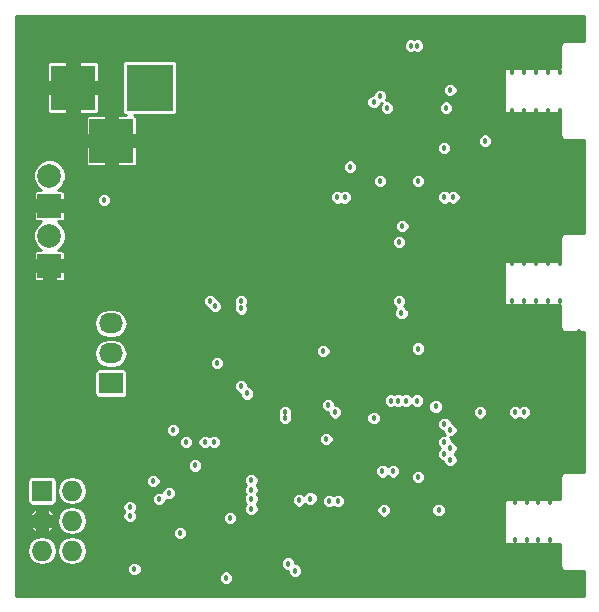
<source format=gbr>
G04 #@! TF.FileFunction,Copper,L2,Inr,Plane*
%FSLAX46Y46*%
G04 Gerber Fmt 4.6, Leading zero omitted, Abs format (unit mm)*
G04 Created by KiCad (PCBNEW 4.X.X-debug) date Sat Sep 24 21:23:53 2016*
%MOMM*%
%LPD*%
G01*
G04 APERTURE LIST*
%ADD10C,0.100000*%
%ADD11C,0.550000*%
%ADD12R,2.032000X1.727200*%
%ADD13O,2.032000X1.727200*%
%ADD14R,1.727200X1.727200*%
%ADD15O,1.727200X1.727200*%
%ADD16R,2.000000X2.000000*%
%ADD17C,2.000000*%
%ADD18R,3.900000X3.900000*%
%ADD19R,3.800000X3.800000*%
%ADD20R,3.700000X3.700000*%
%ADD21C,0.457200*%
%ADD22C,0.254000*%
G04 APERTURE END LIST*
D10*
D11*
X133400000Y-116775000D03*
X132500000Y-116775000D03*
X134300000Y-116775000D03*
X133300000Y-127087033D03*
X134200000Y-127087033D03*
X132400000Y-127087033D03*
D12*
X109000000Y-131540000D03*
D13*
X109000000Y-129000000D03*
X109000000Y-126460000D03*
D14*
X103175000Y-140640000D03*
D15*
X105715000Y-140640000D03*
X103175000Y-143180000D03*
X105715000Y-143180000D03*
X103175000Y-145720000D03*
X105715000Y-145720000D03*
D16*
X103810000Y-116510000D03*
D17*
X103810000Y-113970000D03*
D16*
X103810000Y-121590000D03*
D17*
X103810000Y-119050000D03*
D18*
X112299860Y-106500000D03*
D19*
X105799860Y-106500000D03*
D20*
X109049860Y-111000000D03*
D21*
X126400000Y-115000000D03*
X128400000Y-121200000D03*
X126800000Y-122800000D03*
X136000000Y-128400000D03*
X137000000Y-127400000D03*
X135000000Y-129400000D03*
X134000000Y-130400000D03*
X138000000Y-126400000D03*
X140000000Y-124400000D03*
X139000000Y-125400000D03*
X132600000Y-129000000D03*
X132600000Y-129800000D03*
X132600000Y-130800000D03*
X136200000Y-130400000D03*
X140200000Y-126400000D03*
X137200000Y-129400000D03*
X139200000Y-127400000D03*
X138200000Y-128400000D03*
X142200000Y-124400000D03*
X141200000Y-125400000D03*
X134000000Y-129400000D03*
X131600000Y-129000000D03*
X128600000Y-126200000D03*
X130600000Y-128200000D03*
X129600000Y-127200000D03*
X128400000Y-120200000D03*
X128400000Y-119200000D03*
X128400000Y-118200000D03*
X128400000Y-123200000D03*
X128400000Y-124200000D03*
X128400000Y-125200000D03*
X136800000Y-116600000D03*
X137800000Y-117600000D03*
X138400000Y-121200000D03*
X138400000Y-122200000D03*
X138400000Y-120200000D03*
X138400000Y-119200000D03*
X138400000Y-118200000D03*
X138400000Y-125200000D03*
X138400000Y-124200000D03*
X138400000Y-123200000D03*
X135600000Y-121200000D03*
X135600000Y-123200000D03*
X135600000Y-120200000D03*
X135600000Y-118200000D03*
X135600000Y-119200000D03*
X135600000Y-124200000D03*
X135600000Y-125200000D03*
X135600000Y-126400000D03*
X136800000Y-121000000D03*
X136800000Y-120000000D03*
X136800000Y-119000000D03*
X136800000Y-123000000D03*
X136800000Y-124000000D03*
X136800000Y-125200000D03*
X135200000Y-117200000D03*
X136200000Y-118200000D03*
X130000000Y-116800000D03*
X129000000Y-117800000D03*
X131400000Y-115000000D03*
X132400000Y-115000000D03*
X134400000Y-115000000D03*
X135400000Y-115000000D03*
X143000000Y-120600000D03*
X143000000Y-121350000D03*
X144000000Y-120600000D03*
X144000000Y-121350000D03*
X146000000Y-120600000D03*
X145000000Y-121350000D03*
X145000000Y-120600000D03*
X146000000Y-121350000D03*
X143000000Y-124550000D03*
X143000000Y-125400000D03*
X144000000Y-124550000D03*
X144000000Y-125400000D03*
X146000000Y-124550000D03*
X145000000Y-125400000D03*
X145000000Y-124550000D03*
X146000000Y-125400000D03*
X134000000Y-121000000D03*
X134000000Y-120000000D03*
X134000000Y-119000000D03*
X134000000Y-124000000D03*
X134000000Y-123000000D03*
X134050000Y-125200000D03*
X132800000Y-121000000D03*
X132800000Y-120000000D03*
X132800000Y-119000000D03*
X132800000Y-124000000D03*
X132800000Y-123000000D03*
X132750000Y-125200000D03*
X131200000Y-121000000D03*
X131200000Y-122000000D03*
X131200000Y-123000000D03*
X131200000Y-118000000D03*
X131200000Y-119000000D03*
X131200000Y-120000000D03*
X131200000Y-124000000D03*
X131200000Y-125000000D03*
X131200000Y-126200000D03*
X130000000Y-122000000D03*
X130000000Y-123000000D03*
X130000000Y-124000000D03*
X130000000Y-119000000D03*
X130000000Y-120000000D03*
X130000000Y-121000000D03*
X130000000Y-125000000D03*
X131600000Y-117200000D03*
X130600000Y-118200000D03*
X131400000Y-126800000D03*
X130400000Y-125800000D03*
X134200000Y-112400000D03*
X134200000Y-114400000D03*
X134200000Y-113400000D03*
X132600000Y-114000000D03*
X141000000Y-106000000D03*
X140000000Y-106000000D03*
X142000000Y-106000000D03*
X139000000Y-106000000D03*
X138000000Y-106000000D03*
X138000000Y-107400000D03*
X139000000Y-107400000D03*
X141600000Y-107400000D03*
X135200000Y-107400000D03*
X134200000Y-108400000D03*
X134800000Y-106000000D03*
X133000000Y-107200000D03*
X134000000Y-106200000D03*
X138750000Y-110500000D03*
X139000000Y-109400000D03*
X139000000Y-108400000D03*
X140600000Y-107400000D03*
X140600000Y-108400000D03*
X140600000Y-109400000D03*
X143000000Y-104400000D03*
X143000000Y-103400000D03*
X144000000Y-103400000D03*
X143000000Y-105150000D03*
X146000000Y-103400000D03*
X145000000Y-103400000D03*
X146000000Y-105150000D03*
X144000000Y-105150000D03*
X146000000Y-104400000D03*
X145000000Y-105150000D03*
X145000000Y-104400000D03*
X144000000Y-104400000D03*
X143000000Y-110200000D03*
X144000000Y-110200000D03*
X146000000Y-110200000D03*
X146000000Y-109200000D03*
X145000000Y-110200000D03*
X146000000Y-108450000D03*
X143000000Y-108450000D03*
X143000000Y-109200000D03*
X145000000Y-109200000D03*
X145000000Y-108450000D03*
X144000000Y-109200000D03*
X144000000Y-108450000D03*
X143200000Y-139800000D03*
X144200000Y-139800000D03*
X144200000Y-140800000D03*
X144200000Y-141550000D03*
X143200000Y-140800000D03*
X143200000Y-141550000D03*
X146200000Y-141550000D03*
X145200000Y-141550000D03*
X146200000Y-139800000D03*
X146200000Y-140800000D03*
X145200000Y-140800000D03*
X145200000Y-139800000D03*
X143200000Y-145600000D03*
X145200000Y-144850000D03*
X144200000Y-144850000D03*
X145200000Y-145600000D03*
X144200000Y-145600000D03*
X145200000Y-146600000D03*
X143200000Y-146600000D03*
X144200000Y-146600000D03*
X146200000Y-144850000D03*
X143200000Y-144850000D03*
X146200000Y-145600000D03*
X146200000Y-146600000D03*
X144000000Y-119600000D03*
X143000000Y-119600000D03*
X145000000Y-119600000D03*
X146000000Y-119600000D03*
X143000000Y-126400000D03*
X144000000Y-126400000D03*
X146000000Y-126400000D03*
X145000000Y-126400000D03*
X147000000Y-103400000D03*
X147000000Y-119600000D03*
X147000000Y-125400000D03*
X147000000Y-110200000D03*
X147000000Y-109200000D03*
X147000000Y-124550000D03*
X147000000Y-108450000D03*
X147000000Y-105150000D03*
X147000000Y-120600000D03*
X147000000Y-121350000D03*
X147000000Y-104400000D03*
X147000000Y-126400000D03*
X142000000Y-108450000D03*
X122600000Y-101200000D03*
X121600000Y-101200000D03*
X119600000Y-101200000D03*
X120600000Y-101200000D03*
X118600000Y-101200000D03*
X123600000Y-101200000D03*
X127600000Y-101200000D03*
X126600000Y-101200000D03*
X124600000Y-101200000D03*
X125600000Y-101200000D03*
X129600000Y-101200000D03*
X133600000Y-101200000D03*
X132600000Y-101200000D03*
X131600000Y-101200000D03*
X130600000Y-101200000D03*
X128600000Y-101200000D03*
X135600000Y-101200000D03*
X134600000Y-101200000D03*
X136600000Y-101200000D03*
X148600000Y-101200000D03*
X146600000Y-101200000D03*
X147600000Y-101200000D03*
X143600000Y-101200000D03*
X144600000Y-101200000D03*
X145600000Y-101200000D03*
X142600000Y-101200000D03*
X141600000Y-101200000D03*
X139600000Y-101200000D03*
X140600000Y-101200000D03*
X137600000Y-101200000D03*
X138600000Y-101200000D03*
X103600000Y-101200000D03*
X102600000Y-101200000D03*
X101600000Y-101200000D03*
X105600000Y-101200000D03*
X104600000Y-101200000D03*
X106600000Y-101200000D03*
X116600000Y-101200000D03*
X117600000Y-101200000D03*
X113600000Y-101200000D03*
X114600000Y-101200000D03*
X115600000Y-101200000D03*
X112600000Y-101200000D03*
X111600000Y-101200000D03*
X109600000Y-101200000D03*
X110600000Y-101200000D03*
X107600000Y-101200000D03*
X108600000Y-101200000D03*
X121200000Y-149400000D03*
X120200000Y-149400000D03*
X118200000Y-149400000D03*
X119200000Y-149400000D03*
X117200000Y-149400000D03*
X116200000Y-149400000D03*
X115200000Y-149400000D03*
X104200000Y-149400000D03*
X103200000Y-149400000D03*
X102200000Y-149400000D03*
X105200000Y-149400000D03*
X109200000Y-149400000D03*
X112200000Y-149400000D03*
X111200000Y-149400000D03*
X110200000Y-149400000D03*
X114200000Y-149400000D03*
X113200000Y-149400000D03*
X106200000Y-149400000D03*
X108200000Y-149400000D03*
X107200000Y-149400000D03*
X123200000Y-149400000D03*
X122200000Y-149400000D03*
X124200000Y-149400000D03*
X125200000Y-149400000D03*
X127200000Y-149400000D03*
X126200000Y-149400000D03*
X129200000Y-149400000D03*
X130200000Y-149400000D03*
X128200000Y-149400000D03*
X131200000Y-149400000D03*
X143200000Y-149400000D03*
X142200000Y-149400000D03*
X141200000Y-149400000D03*
X139200000Y-149400000D03*
X140200000Y-149400000D03*
X146200000Y-149400000D03*
X147200000Y-149400000D03*
X144200000Y-149400000D03*
X145200000Y-149400000D03*
X148200000Y-149400000D03*
X136200000Y-149400000D03*
X132200000Y-149400000D03*
X134200000Y-149400000D03*
X133200000Y-149400000D03*
X135200000Y-149400000D03*
X137200000Y-149400000D03*
X138200000Y-149400000D03*
X101200000Y-137400000D03*
X101200000Y-139400000D03*
X101200000Y-132400000D03*
X101200000Y-135400000D03*
X101200000Y-133400000D03*
X101200000Y-131400000D03*
X101200000Y-129400000D03*
X101200000Y-142400000D03*
X101200000Y-149400000D03*
X101200000Y-141400000D03*
X101200000Y-140400000D03*
X101200000Y-146400000D03*
X101200000Y-147400000D03*
X101200000Y-144400000D03*
X101200000Y-143400000D03*
X101200000Y-148400000D03*
X101200000Y-145400000D03*
X101200000Y-126400000D03*
X101200000Y-127400000D03*
X101200000Y-124400000D03*
X101200000Y-123400000D03*
X101200000Y-125400000D03*
X101200000Y-119400000D03*
X101200000Y-122400000D03*
X101200000Y-120400000D03*
X101200000Y-121400000D03*
X101200000Y-105400000D03*
X101200000Y-106400000D03*
X101200000Y-107400000D03*
X101200000Y-102400000D03*
X101200000Y-103400000D03*
X101200000Y-104400000D03*
X101200000Y-108400000D03*
X101200000Y-110400000D03*
X101200000Y-109400000D03*
X101200000Y-111400000D03*
X101200000Y-112400000D03*
X101200000Y-113400000D03*
X101200000Y-115400000D03*
X101200000Y-114400000D03*
X101200000Y-117400000D03*
X101200000Y-118400000D03*
X101200000Y-116400000D03*
X148600000Y-102200000D03*
X148600000Y-113200000D03*
X148600000Y-116200000D03*
X148600000Y-112200000D03*
X148600000Y-115200000D03*
X148600000Y-114200000D03*
X148600000Y-111200000D03*
X148600000Y-117200000D03*
X148600000Y-118200000D03*
X148600000Y-132200000D03*
X148600000Y-128200000D03*
X148600000Y-130200000D03*
X148600000Y-129200000D03*
X148600000Y-131200000D03*
X148600000Y-134200000D03*
X148600000Y-133200000D03*
X148600000Y-136200000D03*
X148600000Y-135200000D03*
X148600000Y-138200000D03*
X148600000Y-137200000D03*
X147800000Y-138800000D03*
X148600000Y-148600000D03*
X148600000Y-147600000D03*
X148600000Y-127200000D03*
X125200000Y-146400000D03*
X125200000Y-135400000D03*
X125200000Y-140400000D03*
X125200000Y-138400000D03*
X125200000Y-137400000D03*
X125200000Y-136400000D03*
X125200000Y-143250000D03*
X125200000Y-108400000D03*
X125200000Y-109400000D03*
X125200000Y-111400000D03*
X125200000Y-110400000D03*
X125200000Y-107400000D03*
X124600000Y-103200000D03*
X124600000Y-102200000D03*
X125200000Y-120400000D03*
X125200000Y-122400000D03*
X125200000Y-119400000D03*
X125200000Y-121400000D03*
X125200000Y-123400000D03*
X125200000Y-129400000D03*
X125200000Y-133400000D03*
X125200000Y-115400000D03*
X125200000Y-116400000D03*
X125200000Y-117400000D03*
X125200000Y-125400000D03*
X125200000Y-126400000D03*
X125200000Y-128400000D03*
X125200000Y-127400000D03*
X125200000Y-124400000D03*
X111750000Y-130000000D03*
X111750000Y-128000000D03*
X108550000Y-114200000D03*
X110550000Y-114200000D03*
X113550000Y-132000000D03*
X115550000Y-132000000D03*
X114550000Y-133000000D03*
X113550000Y-134000000D03*
X115550000Y-134000000D03*
X110600000Y-119800000D03*
X111750000Y-134000000D03*
X111750000Y-132000000D03*
X102150000Y-129400000D03*
X103150000Y-128400000D03*
X101150000Y-128400000D03*
X102150000Y-127400000D03*
X101150000Y-132400000D03*
X102150000Y-135400000D03*
X102150000Y-133400000D03*
X101150000Y-134400000D03*
X103150000Y-134400000D03*
X103150000Y-132400000D03*
X106150000Y-139400000D03*
X106150000Y-137200000D03*
X105150000Y-136400000D03*
X105150000Y-138200000D03*
X104150000Y-137400000D03*
X104150000Y-139200000D03*
X106150000Y-133400000D03*
X106150000Y-135400000D03*
X104150000Y-135400000D03*
X105150000Y-132400000D03*
X104150000Y-133400000D03*
X105150000Y-134400000D03*
X103150000Y-136400000D03*
X103150000Y-138400000D03*
X102150000Y-137400000D03*
X101150000Y-138400000D03*
X102150000Y-139200000D03*
X101150000Y-136400000D03*
X105150000Y-128400000D03*
X104150000Y-127400000D03*
X104150000Y-129400000D03*
X106150000Y-127400000D03*
X104150000Y-125400000D03*
X105150000Y-124400000D03*
X106150000Y-125400000D03*
X105150000Y-126400000D03*
X103150000Y-124400000D03*
X103150000Y-126400000D03*
X106150000Y-131400000D03*
X104150000Y-131400000D03*
X106150000Y-129400000D03*
X105150000Y-130400000D03*
X103150000Y-130400000D03*
X101150000Y-130400000D03*
X102150000Y-131400000D03*
X102150000Y-125400000D03*
X114350000Y-112200000D03*
X116350000Y-112200000D03*
X115350000Y-113200000D03*
X116350000Y-114200000D03*
X114350000Y-114200000D03*
X113350000Y-111200000D03*
X113350000Y-113200000D03*
X112350000Y-110200000D03*
X112350000Y-112200000D03*
X113350000Y-109200000D03*
X115350000Y-109200000D03*
X115350000Y-111200000D03*
X114350000Y-110200000D03*
X112350000Y-114200000D03*
X111350000Y-113200000D03*
X111350000Y-111200000D03*
X111350000Y-109200000D03*
X104350000Y-110000000D03*
X106350000Y-110000000D03*
X105350000Y-111000000D03*
X106350000Y-112000000D03*
X104350000Y-112000000D03*
X102350000Y-112000000D03*
X103350000Y-111000000D03*
X102350000Y-110000000D03*
X103350000Y-109000000D03*
X105350000Y-109000000D03*
X108150000Y-103800000D03*
X106150000Y-103800000D03*
X105150000Y-102800000D03*
X107150000Y-102800000D03*
X108150000Y-101800000D03*
X104150000Y-103800000D03*
X104150000Y-101800000D03*
X106150000Y-101800000D03*
X110150000Y-101800000D03*
X111150000Y-102800000D03*
X110150000Y-103800000D03*
X109150000Y-102800000D03*
X114150000Y-101800000D03*
X114150000Y-103800000D03*
X115150000Y-102800000D03*
X112150000Y-103800000D03*
X113150000Y-102800000D03*
X112150000Y-101800000D03*
X117150000Y-102800000D03*
X118150000Y-103800000D03*
X116150000Y-101800000D03*
X119150000Y-102800000D03*
X118150000Y-101800000D03*
X116150000Y-103800000D03*
X127150000Y-103000000D03*
X126150000Y-102000000D03*
X128150000Y-102000000D03*
X131150000Y-103000000D03*
X133150000Y-103000000D03*
X132150000Y-102000000D03*
X129150000Y-103000000D03*
X130150000Y-102000000D03*
X138150000Y-102000000D03*
X137150000Y-102800000D03*
X134150000Y-102000000D03*
X136150000Y-102000000D03*
X141150000Y-103000000D03*
X139150000Y-103000000D03*
X140150000Y-102000000D03*
X124150000Y-112400000D03*
X123150000Y-113400000D03*
X124150000Y-110400000D03*
X123150000Y-111400000D03*
X123150000Y-107400000D03*
X124150000Y-108400000D03*
X123150000Y-109400000D03*
X127550000Y-124800000D03*
X126550000Y-125800000D03*
X126550000Y-123800000D03*
X127550000Y-126800000D03*
X126550000Y-127800000D03*
X126800000Y-121800000D03*
X128600000Y-129400000D03*
X126600000Y-131400000D03*
X127600000Y-130400000D03*
X119550000Y-137600000D03*
X120550000Y-136600000D03*
X121550000Y-137600000D03*
X122550000Y-136600000D03*
X140200000Y-144000000D03*
X138200000Y-146000000D03*
X141200000Y-143000000D03*
X139200000Y-145000000D03*
X141000000Y-145400000D03*
X139000000Y-147400000D03*
X142000000Y-144400000D03*
X140000000Y-146400000D03*
X137200000Y-147800000D03*
X135200000Y-147800000D03*
X134200000Y-147800000D03*
X136200000Y-147800000D03*
X132200000Y-147800000D03*
X133200000Y-147800000D03*
X136200000Y-146000000D03*
X137200000Y-146000000D03*
X135200000Y-146000000D03*
X133200000Y-146000000D03*
X138200000Y-147800000D03*
X134200000Y-146000000D03*
X123350000Y-121800000D03*
X121350000Y-125800000D03*
X122350000Y-122800000D03*
X123350000Y-125800000D03*
X123350000Y-123800000D03*
X121350000Y-123800000D03*
X122350000Y-124800000D03*
X123350000Y-127800000D03*
X122350000Y-126800000D03*
X120800000Y-128600000D03*
X121800000Y-129600000D03*
X122800000Y-130600000D03*
X129350000Y-105400000D03*
X130350000Y-106400000D03*
X132350000Y-106400000D03*
X133350000Y-105400000D03*
X131350000Y-105400000D03*
X126550000Y-107600000D03*
X126550000Y-109600000D03*
X127550000Y-106800000D03*
X127550000Y-108600000D03*
X129000000Y-107200000D03*
X141550000Y-105200000D03*
X138550000Y-104200000D03*
X140550000Y-104200000D03*
X139550000Y-105200000D03*
X137800000Y-109600000D03*
X136600000Y-110600000D03*
X136600000Y-112800000D03*
X136600000Y-114400000D03*
X135400000Y-113400000D03*
X142400000Y-102000000D03*
X144400000Y-102000000D03*
X146400000Y-102000000D03*
X119750000Y-103800000D03*
X121750000Y-103800000D03*
X120750000Y-102800000D03*
X122750000Y-102800000D03*
X121750000Y-101800000D03*
X119750000Y-101800000D03*
X106150000Y-123400000D03*
X107150000Y-124400000D03*
X109150000Y-124400000D03*
X108150000Y-123400000D03*
X107150000Y-126400000D03*
X123400000Y-117600000D03*
X122400000Y-118600000D03*
X121400000Y-119600000D03*
X127150000Y-118200000D03*
X127150000Y-120200000D03*
X141950000Y-111200000D03*
X144950000Y-112200000D03*
X145950000Y-113200000D03*
X146950000Y-112200000D03*
X145950000Y-111200000D03*
X143950000Y-115200000D03*
X142950000Y-116200000D03*
X143950000Y-117200000D03*
X142950000Y-118200000D03*
X142950000Y-114200000D03*
X143950000Y-111200000D03*
X142950000Y-112200000D03*
X143950000Y-113200000D03*
X144950000Y-114200000D03*
X145950000Y-115200000D03*
X146950000Y-116200000D03*
X144950000Y-116200000D03*
X146950000Y-114200000D03*
X146950000Y-118200000D03*
X145950000Y-117200000D03*
X144950000Y-118200000D03*
X139750000Y-115000000D03*
X139750000Y-117000000D03*
X139750000Y-119000000D03*
X139750000Y-121000000D03*
X139750000Y-123000000D03*
X143950000Y-128800000D03*
X142950000Y-127800000D03*
X142950000Y-129800000D03*
X145950000Y-128800000D03*
X146950000Y-127800000D03*
X144950000Y-127800000D03*
X144950000Y-129800000D03*
X146950000Y-129800000D03*
X142950000Y-137800000D03*
X142950000Y-135800000D03*
X145950000Y-132800000D03*
X144950000Y-133800000D03*
X146950000Y-133800000D03*
X145950000Y-134800000D03*
X143950000Y-130800000D03*
X146950000Y-131800000D03*
X144950000Y-131800000D03*
X145950000Y-130800000D03*
X144950000Y-137800000D03*
X146950000Y-135800000D03*
X144950000Y-135800000D03*
X146950000Y-137800000D03*
X145950000Y-136800000D03*
X143950000Y-136800000D03*
X139550000Y-128600000D03*
X140650000Y-127550000D03*
X138400000Y-129800000D03*
X140650000Y-129550000D03*
X139550000Y-130600000D03*
X138150000Y-144200000D03*
X136150000Y-144200000D03*
X137150000Y-145200000D03*
X137150000Y-143200000D03*
X139150000Y-141200000D03*
X139150000Y-143200000D03*
X140150000Y-142200000D03*
X140150000Y-140200000D03*
X141150000Y-141200000D03*
X138150000Y-142200000D03*
X141600000Y-146600000D03*
X141150000Y-148200000D03*
X143150000Y-148200000D03*
X145150000Y-148200000D03*
X147150000Y-148200000D03*
X130550000Y-148600000D03*
X132550000Y-148600000D03*
X134550000Y-148600000D03*
X136550000Y-148600000D03*
X138550000Y-148600000D03*
X109150000Y-105600000D03*
X109150000Y-107600000D03*
X102750000Y-102800000D03*
X102750000Y-106800000D03*
X102750000Y-104800000D03*
X121750000Y-146600000D03*
X122750000Y-147600000D03*
X117800000Y-141800000D03*
X116800000Y-140800000D03*
X115800000Y-139800000D03*
X108150000Y-141800000D03*
X108150000Y-147800000D03*
X108150000Y-145800000D03*
X108150000Y-143800000D03*
X102350000Y-148400000D03*
X103350000Y-147400000D03*
X104350000Y-148400000D03*
X142450000Y-130850000D03*
X123000000Y-140400000D03*
X123750000Y-141500000D03*
X121750000Y-141500000D03*
X127000000Y-137400000D03*
X127000000Y-135000000D03*
X140250000Y-134000000D03*
X137750000Y-135500000D03*
X136500000Y-133500000D03*
X132700000Y-133000000D03*
X139200000Y-114200000D03*
X140400000Y-114200072D03*
X121000000Y-134500000D03*
X118000000Y-128750000D03*
X117500000Y-127750000D03*
X120000000Y-129000000D03*
X120000000Y-127750000D03*
X135350000Y-109600000D03*
X135350000Y-110600000D03*
X129850000Y-110600000D03*
X129850000Y-111600000D03*
X135500000Y-112550000D03*
X128300000Y-135000000D03*
X126000000Y-146250000D03*
X129400000Y-145017390D03*
X113750000Y-147250000D03*
X135566257Y-141316257D03*
X139995469Y-111145626D03*
X133287500Y-137112500D03*
X135012500Y-137112500D03*
X135012500Y-135387500D03*
X133287500Y-135387500D03*
X132000000Y-111500000D03*
X133300000Y-111500000D03*
X133300000Y-110200000D03*
X132000000Y-110200000D03*
X109000000Y-134400000D03*
X110500000Y-144550000D03*
X110500000Y-143750000D03*
X120900000Y-138950000D03*
X135250000Y-131500000D03*
X130750000Y-112750000D03*
X138250000Y-131500000D03*
X129500000Y-131500000D03*
X135900000Y-121700000D03*
X136500000Y-122300000D03*
X133700000Y-121700000D03*
X133100000Y-122300000D03*
X130300000Y-121700000D03*
X130900000Y-122300000D03*
X133300000Y-133000000D03*
X134000000Y-133000000D03*
X134900000Y-133000012D03*
X137250000Y-135000000D03*
X127250000Y-136250000D03*
X114850000Y-144200004D03*
X112600000Y-139800000D03*
X131800000Y-107200000D03*
X137750000Y-138000000D03*
X131250000Y-107750000D03*
X113099998Y-141350000D03*
X137250000Y-137500000D03*
X113900000Y-140850000D03*
X135000000Y-139500000D03*
X119100000Y-142950000D03*
X137750000Y-137000000D03*
X120900000Y-142150000D03*
X137250000Y-136500000D03*
X124950000Y-141450000D03*
X132000000Y-139000000D03*
X132880602Y-139000000D03*
X125900000Y-141300000D03*
X131800000Y-114400000D03*
X127000000Y-128800000D03*
X116950000Y-136500000D03*
X135000000Y-114400000D03*
X135000000Y-128600000D03*
X120900000Y-140550000D03*
X120900000Y-139750000D03*
X133681788Y-118244183D03*
X133610456Y-125604825D03*
X133400000Y-119600010D03*
X133400000Y-124600000D03*
X117750000Y-136500000D03*
X132400000Y-108200000D03*
X115350000Y-136500000D03*
X140700000Y-111000000D03*
X120900000Y-141300000D03*
X110600000Y-142000000D03*
X110600000Y-142800000D03*
X120000000Y-124600000D03*
X120000000Y-125200000D03*
X137250000Y-115800000D03*
X128175000Y-115800000D03*
X117800000Y-125000000D03*
X117400000Y-124600000D03*
X123999986Y-146800000D03*
X124599986Y-147400000D03*
X128800000Y-115800000D03*
X138000000Y-115800000D03*
X114250000Y-135500000D03*
X111000000Y-147250000D03*
X118750000Y-148000000D03*
X131250000Y-134500000D03*
X137750000Y-106700000D03*
X120517390Y-132399991D03*
X120000000Y-131800000D03*
X143200000Y-134000000D03*
X144000000Y-134000000D03*
X123750000Y-134500000D03*
X128250000Y-141500000D03*
X127500000Y-141500000D03*
X123750000Y-134000000D03*
X108400000Y-116000000D03*
X118000000Y-129800000D03*
X132100000Y-142300000D03*
X136750000Y-142250000D03*
X137200000Y-111599964D03*
X129250000Y-113200000D03*
X127400000Y-133400000D03*
X128000000Y-134000000D03*
X134450000Y-102950000D03*
X134950000Y-102950000D03*
X137400000Y-108200000D03*
X116150000Y-138500000D03*
D22*
G36*
X149044000Y-102544000D02*
X147500000Y-102544000D01*
X147325496Y-102578711D01*
X147177559Y-102677559D01*
X147078711Y-102825496D01*
X147044000Y-103000000D01*
X147044000Y-104873000D01*
X142450000Y-104873000D01*
X142401399Y-104882667D01*
X142360197Y-104910197D01*
X142332667Y-104951399D01*
X142323000Y-105000000D01*
X142323000Y-108500000D01*
X142332667Y-108548601D01*
X142360197Y-108589803D01*
X142401399Y-108617333D01*
X142450000Y-108627000D01*
X147044000Y-108627000D01*
X147044000Y-110500000D01*
X147078711Y-110674504D01*
X147177559Y-110822441D01*
X147325496Y-110921289D01*
X147500000Y-110956000D01*
X149044000Y-110956000D01*
X149044000Y-118794000D01*
X147500000Y-118794000D01*
X147325496Y-118828711D01*
X147177559Y-118927559D01*
X147078711Y-119075496D01*
X147044000Y-119250000D01*
X147044000Y-121164214D01*
X142450000Y-121164214D01*
X142401399Y-121173881D01*
X142360197Y-121201411D01*
X142332667Y-121242613D01*
X142323000Y-121291214D01*
X142323000Y-124791214D01*
X142332667Y-124839815D01*
X142360197Y-124881017D01*
X142401399Y-124908547D01*
X142450000Y-124918214D01*
X147044000Y-124918214D01*
X147044000Y-126750000D01*
X147078711Y-126924504D01*
X147177559Y-127072441D01*
X147325496Y-127171289D01*
X147500000Y-127206000D01*
X149044000Y-127206000D01*
X149044000Y-139044000D01*
X147500000Y-139044000D01*
X147325496Y-139078711D01*
X147177559Y-139177559D01*
X147078711Y-139325496D01*
X147044000Y-139500000D01*
X147044000Y-141373000D01*
X142450000Y-141373000D01*
X142401399Y-141382667D01*
X142360197Y-141410197D01*
X142332667Y-141451399D01*
X142323000Y-141500000D01*
X142323000Y-145000000D01*
X142332667Y-145048601D01*
X142360197Y-145089803D01*
X142401399Y-145117333D01*
X142450000Y-145127000D01*
X147044000Y-145127000D01*
X147044000Y-147000000D01*
X147078711Y-147174504D01*
X147177559Y-147322441D01*
X147325496Y-147421289D01*
X147500000Y-147456000D01*
X149044000Y-147456000D01*
X149044000Y-149544000D01*
X100956000Y-149544000D01*
X100956000Y-148120725D01*
X118140294Y-148120725D01*
X118232905Y-148344860D01*
X118404238Y-148516493D01*
X118628211Y-148609494D01*
X118870725Y-148609706D01*
X119094860Y-148517095D01*
X119266493Y-148345762D01*
X119359494Y-148121789D01*
X119359706Y-147879275D01*
X119267095Y-147655140D01*
X119095762Y-147483507D01*
X118871789Y-147390506D01*
X118629275Y-147390294D01*
X118405140Y-147482905D01*
X118233507Y-147654238D01*
X118140506Y-147878211D01*
X118140294Y-148120725D01*
X100956000Y-148120725D01*
X100956000Y-147370725D01*
X110390294Y-147370725D01*
X110482905Y-147594860D01*
X110654238Y-147766493D01*
X110878211Y-147859494D01*
X111120725Y-147859706D01*
X111344860Y-147767095D01*
X111516493Y-147595762D01*
X111609494Y-147371789D01*
X111609706Y-147129275D01*
X111523535Y-146920725D01*
X123390280Y-146920725D01*
X123482891Y-147144860D01*
X123654224Y-147316493D01*
X123878197Y-147409494D01*
X123990377Y-147409592D01*
X123990280Y-147520725D01*
X124082891Y-147744860D01*
X124254224Y-147916493D01*
X124478197Y-148009494D01*
X124720711Y-148009706D01*
X124944846Y-147917095D01*
X125116479Y-147745762D01*
X125209480Y-147521789D01*
X125209692Y-147279275D01*
X125117081Y-147055140D01*
X124945748Y-146883507D01*
X124721775Y-146790506D01*
X124609595Y-146790408D01*
X124609692Y-146679275D01*
X124517081Y-146455140D01*
X124345748Y-146283507D01*
X124121775Y-146190506D01*
X123879261Y-146190294D01*
X123655126Y-146282905D01*
X123483493Y-146454238D01*
X123390492Y-146678211D01*
X123390280Y-146920725D01*
X111523535Y-146920725D01*
X111517095Y-146905140D01*
X111345762Y-146733507D01*
X111121789Y-146640506D01*
X110879275Y-146640294D01*
X110655140Y-146732905D01*
X110483507Y-146904238D01*
X110390506Y-147128211D01*
X110390294Y-147370725D01*
X100956000Y-147370725D01*
X100956000Y-145720000D01*
X101906017Y-145720000D01*
X102000757Y-146196288D01*
X102270552Y-146600065D01*
X102674329Y-146869860D01*
X103150617Y-146964600D01*
X103199383Y-146964600D01*
X103675671Y-146869860D01*
X104079448Y-146600065D01*
X104349243Y-146196288D01*
X104443983Y-145720000D01*
X104446017Y-145720000D01*
X104540757Y-146196288D01*
X104810552Y-146600065D01*
X105214329Y-146869860D01*
X105690617Y-146964600D01*
X105739383Y-146964600D01*
X106215671Y-146869860D01*
X106619448Y-146600065D01*
X106889243Y-146196288D01*
X106983983Y-145720000D01*
X106889243Y-145243712D01*
X106619448Y-144839935D01*
X106215671Y-144570140D01*
X105739383Y-144475400D01*
X105690617Y-144475400D01*
X105214329Y-144570140D01*
X104810552Y-144839935D01*
X104540757Y-145243712D01*
X104446017Y-145720000D01*
X104443983Y-145720000D01*
X104349243Y-145243712D01*
X104079448Y-144839935D01*
X103675671Y-144570140D01*
X103199383Y-144475400D01*
X103150617Y-144475400D01*
X102674329Y-144570140D01*
X102270552Y-144839935D01*
X102000757Y-145243712D01*
X101906017Y-145720000D01*
X100956000Y-145720000D01*
X100956000Y-143780054D01*
X102146670Y-143780054D01*
X102227074Y-143900460D01*
X102574939Y-144208374D01*
X102743200Y-144207833D01*
X102743200Y-143611800D01*
X103606800Y-143611800D01*
X103606800Y-144207833D01*
X103775061Y-144208374D01*
X104122926Y-143900460D01*
X104203330Y-143780054D01*
X104196321Y-143611800D01*
X103606800Y-143611800D01*
X102743200Y-143611800D01*
X102153679Y-143611800D01*
X102146670Y-143780054D01*
X100956000Y-143780054D01*
X100956000Y-143180000D01*
X104446017Y-143180000D01*
X104540757Y-143656288D01*
X104810552Y-144060065D01*
X105214329Y-144329860D01*
X105690617Y-144424600D01*
X105739383Y-144424600D01*
X106215671Y-144329860D01*
X106229336Y-144320729D01*
X114240294Y-144320729D01*
X114332905Y-144544864D01*
X114504238Y-144716497D01*
X114728211Y-144809498D01*
X114970725Y-144809710D01*
X115194860Y-144717099D01*
X115366493Y-144545766D01*
X115459494Y-144321793D01*
X115459706Y-144079279D01*
X115367095Y-143855144D01*
X115195762Y-143683511D01*
X114971789Y-143590510D01*
X114729275Y-143590298D01*
X114505140Y-143682909D01*
X114333507Y-143854242D01*
X114240506Y-144078215D01*
X114240294Y-144320729D01*
X106229336Y-144320729D01*
X106619448Y-144060065D01*
X106889243Y-143656288D01*
X106983983Y-143180000D01*
X106889243Y-142703712D01*
X106619448Y-142299935D01*
X106351242Y-142120725D01*
X109990294Y-142120725D01*
X110082905Y-142344860D01*
X110137894Y-142399946D01*
X110083507Y-142454238D01*
X109990506Y-142678211D01*
X109990294Y-142920725D01*
X110082905Y-143144860D01*
X110254238Y-143316493D01*
X110478211Y-143409494D01*
X110720725Y-143409706D01*
X110944860Y-143317095D01*
X111116493Y-143145762D01*
X111147650Y-143070725D01*
X118490294Y-143070725D01*
X118582905Y-143294860D01*
X118754238Y-143466493D01*
X118978211Y-143559494D01*
X119220725Y-143559706D01*
X119444860Y-143467095D01*
X119616493Y-143295762D01*
X119709494Y-143071789D01*
X119709706Y-142829275D01*
X119617095Y-142605140D01*
X119445762Y-142433507D01*
X119221789Y-142340506D01*
X118979275Y-142340294D01*
X118755140Y-142432905D01*
X118583507Y-142604238D01*
X118490506Y-142828211D01*
X118490294Y-143070725D01*
X111147650Y-143070725D01*
X111209494Y-142921789D01*
X111209706Y-142679275D01*
X111117095Y-142455140D01*
X111062106Y-142400054D01*
X111116493Y-142345762D01*
X111209494Y-142121789D01*
X111209706Y-141879275D01*
X111117095Y-141655140D01*
X110945762Y-141483507D01*
X110914980Y-141470725D01*
X112490292Y-141470725D01*
X112582903Y-141694860D01*
X112754236Y-141866493D01*
X112978209Y-141959494D01*
X113220723Y-141959706D01*
X113444858Y-141867095D01*
X113616491Y-141695762D01*
X113709492Y-141471789D01*
X113709528Y-141430974D01*
X113778211Y-141459494D01*
X114020725Y-141459706D01*
X114244860Y-141367095D01*
X114416493Y-141195762D01*
X114509494Y-140971789D01*
X114509706Y-140729275D01*
X114417095Y-140505140D01*
X114245762Y-140333507D01*
X114021789Y-140240506D01*
X113779275Y-140240294D01*
X113555140Y-140332905D01*
X113383507Y-140504238D01*
X113290506Y-140728211D01*
X113290470Y-140769026D01*
X113221787Y-140740506D01*
X112979273Y-140740294D01*
X112755138Y-140832905D01*
X112583505Y-141004238D01*
X112490504Y-141228211D01*
X112490292Y-141470725D01*
X110914980Y-141470725D01*
X110721789Y-141390506D01*
X110479275Y-141390294D01*
X110255140Y-141482905D01*
X110083507Y-141654238D01*
X109990506Y-141878211D01*
X109990294Y-142120725D01*
X106351242Y-142120725D01*
X106215671Y-142030140D01*
X105739383Y-141935400D01*
X105690617Y-141935400D01*
X105214329Y-142030140D01*
X104810552Y-142299935D01*
X104540757Y-142703712D01*
X104446017Y-143180000D01*
X100956000Y-143180000D01*
X100956000Y-142579946D01*
X102146670Y-142579946D01*
X102153679Y-142748200D01*
X102743200Y-142748200D01*
X102743200Y-142152167D01*
X103606800Y-142152167D01*
X103606800Y-142748200D01*
X104196321Y-142748200D01*
X104203330Y-142579946D01*
X104122926Y-142459540D01*
X103775061Y-142151626D01*
X103606800Y-142152167D01*
X102743200Y-142152167D01*
X102574939Y-142151626D01*
X102227074Y-142459540D01*
X102146670Y-142579946D01*
X100956000Y-142579946D01*
X100956000Y-139776400D01*
X101922936Y-139776400D01*
X101922936Y-141503600D01*
X101952506Y-141652259D01*
X102036714Y-141778286D01*
X102162741Y-141862494D01*
X102311400Y-141892064D01*
X104038600Y-141892064D01*
X104187259Y-141862494D01*
X104313286Y-141778286D01*
X104397494Y-141652259D01*
X104427064Y-141503600D01*
X104427064Y-140640000D01*
X104446017Y-140640000D01*
X104540757Y-141116288D01*
X104810552Y-141520065D01*
X105214329Y-141789860D01*
X105690617Y-141884600D01*
X105739383Y-141884600D01*
X106215671Y-141789860D01*
X106619448Y-141520065D01*
X106889243Y-141116288D01*
X106983983Y-140640000D01*
X106889243Y-140163712D01*
X106726885Y-139920725D01*
X111990294Y-139920725D01*
X112082905Y-140144860D01*
X112254238Y-140316493D01*
X112478211Y-140409494D01*
X112720725Y-140409706D01*
X112944860Y-140317095D01*
X113116493Y-140145762D01*
X113209494Y-139921789D01*
X113209538Y-139870725D01*
X120290294Y-139870725D01*
X120382905Y-140094860D01*
X120437894Y-140149946D01*
X120383507Y-140204238D01*
X120290506Y-140428211D01*
X120290294Y-140670725D01*
X120382905Y-140894860D01*
X120412894Y-140924902D01*
X120383507Y-140954238D01*
X120290506Y-141178211D01*
X120290294Y-141420725D01*
X120382905Y-141644860D01*
X120462894Y-141724989D01*
X120383507Y-141804238D01*
X120290506Y-142028211D01*
X120290294Y-142270725D01*
X120382905Y-142494860D01*
X120554238Y-142666493D01*
X120778211Y-142759494D01*
X121020725Y-142759706D01*
X121244860Y-142667095D01*
X121416493Y-142495762D01*
X121447650Y-142420725D01*
X131490294Y-142420725D01*
X131582905Y-142644860D01*
X131754238Y-142816493D01*
X131978211Y-142909494D01*
X132220725Y-142909706D01*
X132444860Y-142817095D01*
X132616493Y-142645762D01*
X132709494Y-142421789D01*
X132709538Y-142370725D01*
X136140294Y-142370725D01*
X136232905Y-142594860D01*
X136404238Y-142766493D01*
X136628211Y-142859494D01*
X136870725Y-142859706D01*
X137094860Y-142767095D01*
X137266493Y-142595762D01*
X137359494Y-142371789D01*
X137359706Y-142129275D01*
X137267095Y-141905140D01*
X137095762Y-141733507D01*
X136871789Y-141640506D01*
X136629275Y-141640294D01*
X136405140Y-141732905D01*
X136233507Y-141904238D01*
X136140506Y-142128211D01*
X136140294Y-142370725D01*
X132709538Y-142370725D01*
X132709706Y-142179275D01*
X132617095Y-141955140D01*
X132445762Y-141783507D01*
X132221789Y-141690506D01*
X131979275Y-141690294D01*
X131755140Y-141782905D01*
X131583507Y-141954238D01*
X131490506Y-142178211D01*
X131490294Y-142420725D01*
X121447650Y-142420725D01*
X121509494Y-142271789D01*
X121509706Y-142029275D01*
X121417095Y-141805140D01*
X121337106Y-141725011D01*
X121416493Y-141645762D01*
X121447650Y-141570725D01*
X124340294Y-141570725D01*
X124432905Y-141794860D01*
X124604238Y-141966493D01*
X124828211Y-142059494D01*
X125070725Y-142059706D01*
X125294860Y-141967095D01*
X125466493Y-141795762D01*
X125486190Y-141748326D01*
X125554238Y-141816493D01*
X125778211Y-141909494D01*
X126020725Y-141909706D01*
X126244860Y-141817095D01*
X126416493Y-141645762D01*
X126426889Y-141620725D01*
X126890294Y-141620725D01*
X126982905Y-141844860D01*
X127154238Y-142016493D01*
X127378211Y-142109494D01*
X127620725Y-142109706D01*
X127844860Y-142017095D01*
X127874902Y-141987106D01*
X127904238Y-142016493D01*
X128128211Y-142109494D01*
X128370725Y-142109706D01*
X128594860Y-142017095D01*
X128766493Y-141845762D01*
X128859494Y-141621789D01*
X128859706Y-141379275D01*
X128767095Y-141155140D01*
X128595762Y-140983507D01*
X128371789Y-140890506D01*
X128129275Y-140890294D01*
X127905140Y-140982905D01*
X127875098Y-141012894D01*
X127845762Y-140983507D01*
X127621789Y-140890506D01*
X127379275Y-140890294D01*
X127155140Y-140982905D01*
X126983507Y-141154238D01*
X126890506Y-141378211D01*
X126890294Y-141620725D01*
X126426889Y-141620725D01*
X126509494Y-141421789D01*
X126509706Y-141179275D01*
X126417095Y-140955140D01*
X126245762Y-140783507D01*
X126021789Y-140690506D01*
X125779275Y-140690294D01*
X125555140Y-140782905D01*
X125383507Y-140954238D01*
X125363810Y-141001674D01*
X125295762Y-140933507D01*
X125071789Y-140840506D01*
X124829275Y-140840294D01*
X124605140Y-140932905D01*
X124433507Y-141104238D01*
X124340506Y-141328211D01*
X124340294Y-141570725D01*
X121447650Y-141570725D01*
X121509494Y-141421789D01*
X121509706Y-141179275D01*
X121417095Y-140955140D01*
X121387106Y-140925098D01*
X121416493Y-140895762D01*
X121509494Y-140671789D01*
X121509706Y-140429275D01*
X121417095Y-140205140D01*
X121362106Y-140150054D01*
X121416493Y-140095762D01*
X121509494Y-139871789D01*
X121509706Y-139629275D01*
X121506174Y-139620725D01*
X134390294Y-139620725D01*
X134482905Y-139844860D01*
X134654238Y-140016493D01*
X134878211Y-140109494D01*
X135120725Y-140109706D01*
X135344860Y-140017095D01*
X135516493Y-139845762D01*
X135609494Y-139621789D01*
X135609706Y-139379275D01*
X135517095Y-139155140D01*
X135345762Y-138983507D01*
X135121789Y-138890506D01*
X134879275Y-138890294D01*
X134655140Y-138982905D01*
X134483507Y-139154238D01*
X134390506Y-139378211D01*
X134390294Y-139620725D01*
X121506174Y-139620725D01*
X121417095Y-139405140D01*
X121245762Y-139233507D01*
X121021789Y-139140506D01*
X120779275Y-139140294D01*
X120555140Y-139232905D01*
X120383507Y-139404238D01*
X120290506Y-139628211D01*
X120290294Y-139870725D01*
X113209538Y-139870725D01*
X113209706Y-139679275D01*
X113117095Y-139455140D01*
X112945762Y-139283507D01*
X112721789Y-139190506D01*
X112479275Y-139190294D01*
X112255140Y-139282905D01*
X112083507Y-139454238D01*
X111990506Y-139678211D01*
X111990294Y-139920725D01*
X106726885Y-139920725D01*
X106619448Y-139759935D01*
X106215671Y-139490140D01*
X105739383Y-139395400D01*
X105690617Y-139395400D01*
X105214329Y-139490140D01*
X104810552Y-139759935D01*
X104540757Y-140163712D01*
X104446017Y-140640000D01*
X104427064Y-140640000D01*
X104427064Y-139776400D01*
X104397494Y-139627741D01*
X104313286Y-139501714D01*
X104187259Y-139417506D01*
X104038600Y-139387936D01*
X102311400Y-139387936D01*
X102162741Y-139417506D01*
X102036714Y-139501714D01*
X101952506Y-139627741D01*
X101922936Y-139776400D01*
X100956000Y-139776400D01*
X100956000Y-139120725D01*
X131390294Y-139120725D01*
X131482905Y-139344860D01*
X131654238Y-139516493D01*
X131878211Y-139609494D01*
X132120725Y-139609706D01*
X132344860Y-139517095D01*
X132440317Y-139421805D01*
X132534840Y-139516493D01*
X132758813Y-139609494D01*
X133001327Y-139609706D01*
X133225462Y-139517095D01*
X133397095Y-139345762D01*
X133490096Y-139121789D01*
X133490308Y-138879275D01*
X133397697Y-138655140D01*
X133226364Y-138483507D01*
X133002391Y-138390506D01*
X132759877Y-138390294D01*
X132535742Y-138482905D01*
X132440285Y-138578195D01*
X132345762Y-138483507D01*
X132121789Y-138390506D01*
X131879275Y-138390294D01*
X131655140Y-138482905D01*
X131483507Y-138654238D01*
X131390506Y-138878211D01*
X131390294Y-139120725D01*
X100956000Y-139120725D01*
X100956000Y-138620725D01*
X115540294Y-138620725D01*
X115632905Y-138844860D01*
X115804238Y-139016493D01*
X116028211Y-139109494D01*
X116270725Y-139109706D01*
X116494860Y-139017095D01*
X116666493Y-138845762D01*
X116759494Y-138621789D01*
X116759706Y-138379275D01*
X116667095Y-138155140D01*
X116495762Y-137983507D01*
X116271789Y-137890506D01*
X116029275Y-137890294D01*
X115805140Y-137982905D01*
X115633507Y-138154238D01*
X115540506Y-138378211D01*
X115540294Y-138620725D01*
X100956000Y-138620725D01*
X100956000Y-136620725D01*
X114740294Y-136620725D01*
X114832905Y-136844860D01*
X115004238Y-137016493D01*
X115228211Y-137109494D01*
X115470725Y-137109706D01*
X115694860Y-137017095D01*
X115866493Y-136845762D01*
X115959494Y-136621789D01*
X115959494Y-136620725D01*
X116340294Y-136620725D01*
X116432905Y-136844860D01*
X116604238Y-137016493D01*
X116828211Y-137109494D01*
X117070725Y-137109706D01*
X117294860Y-137017095D01*
X117349946Y-136962106D01*
X117404238Y-137016493D01*
X117628211Y-137109494D01*
X117870725Y-137109706D01*
X118094860Y-137017095D01*
X118266493Y-136845762D01*
X118359494Y-136621789D01*
X118359706Y-136379275D01*
X118356174Y-136370725D01*
X126640294Y-136370725D01*
X126732905Y-136594860D01*
X126904238Y-136766493D01*
X127128211Y-136859494D01*
X127370725Y-136859706D01*
X127594860Y-136767095D01*
X127766493Y-136595762D01*
X127859494Y-136371789D01*
X127859706Y-136129275D01*
X127767095Y-135905140D01*
X127595762Y-135733507D01*
X127371789Y-135640506D01*
X127129275Y-135640294D01*
X126905140Y-135732905D01*
X126733507Y-135904238D01*
X126640506Y-136128211D01*
X126640294Y-136370725D01*
X118356174Y-136370725D01*
X118267095Y-136155140D01*
X118095762Y-135983507D01*
X117871789Y-135890506D01*
X117629275Y-135890294D01*
X117405140Y-135982905D01*
X117350054Y-136037894D01*
X117295762Y-135983507D01*
X117071789Y-135890506D01*
X116829275Y-135890294D01*
X116605140Y-135982905D01*
X116433507Y-136154238D01*
X116340506Y-136378211D01*
X116340294Y-136620725D01*
X115959494Y-136620725D01*
X115959706Y-136379275D01*
X115867095Y-136155140D01*
X115695762Y-135983507D01*
X115471789Y-135890506D01*
X115229275Y-135890294D01*
X115005140Y-135982905D01*
X114833507Y-136154238D01*
X114740506Y-136378211D01*
X114740294Y-136620725D01*
X100956000Y-136620725D01*
X100956000Y-135620725D01*
X113640294Y-135620725D01*
X113732905Y-135844860D01*
X113904238Y-136016493D01*
X114128211Y-136109494D01*
X114370725Y-136109706D01*
X114594860Y-136017095D01*
X114766493Y-135845762D01*
X114859494Y-135621789D01*
X114859706Y-135379275D01*
X114767095Y-135155140D01*
X114732741Y-135120725D01*
X136640294Y-135120725D01*
X136732905Y-135344860D01*
X136904238Y-135516493D01*
X137128211Y-135609494D01*
X137140304Y-135609505D01*
X137140294Y-135620725D01*
X137232905Y-135844860D01*
X137278390Y-135890424D01*
X137129275Y-135890294D01*
X136905140Y-135982905D01*
X136733507Y-136154238D01*
X136640506Y-136378211D01*
X136640294Y-136620725D01*
X136732905Y-136844860D01*
X136887894Y-137000121D01*
X136733507Y-137154238D01*
X136640506Y-137378211D01*
X136640294Y-137620725D01*
X136732905Y-137844860D01*
X136904238Y-138016493D01*
X137128211Y-138109494D01*
X137140304Y-138109505D01*
X137140294Y-138120725D01*
X137232905Y-138344860D01*
X137404238Y-138516493D01*
X137628211Y-138609494D01*
X137870725Y-138609706D01*
X138094860Y-138517095D01*
X138266493Y-138345762D01*
X138359494Y-138121789D01*
X138359706Y-137879275D01*
X138267095Y-137655140D01*
X138112106Y-137499879D01*
X138266493Y-137345762D01*
X138359494Y-137121789D01*
X138359706Y-136879275D01*
X138267095Y-136655140D01*
X138095762Y-136483507D01*
X137871789Y-136390506D01*
X137859696Y-136390495D01*
X137859706Y-136379275D01*
X137767095Y-136155140D01*
X137721610Y-136109576D01*
X137870725Y-136109706D01*
X138094860Y-136017095D01*
X138266493Y-135845762D01*
X138359494Y-135621789D01*
X138359706Y-135379275D01*
X138267095Y-135155140D01*
X138095762Y-134983507D01*
X137871789Y-134890506D01*
X137859696Y-134890495D01*
X137859706Y-134879275D01*
X137767095Y-134655140D01*
X137595762Y-134483507D01*
X137371789Y-134390506D01*
X137129275Y-134390294D01*
X136905140Y-134482905D01*
X136733507Y-134654238D01*
X136640506Y-134878211D01*
X136640294Y-135120725D01*
X114732741Y-135120725D01*
X114595762Y-134983507D01*
X114371789Y-134890506D01*
X114129275Y-134890294D01*
X113905140Y-134982905D01*
X113733507Y-135154238D01*
X113640506Y-135378211D01*
X113640294Y-135620725D01*
X100956000Y-135620725D01*
X100956000Y-134120725D01*
X123140294Y-134120725D01*
X123193726Y-134250041D01*
X123140506Y-134378211D01*
X123140294Y-134620725D01*
X123232905Y-134844860D01*
X123404238Y-135016493D01*
X123628211Y-135109494D01*
X123870725Y-135109706D01*
X124094860Y-135017095D01*
X124266493Y-134845762D01*
X124359494Y-134621789D01*
X124359494Y-134620725D01*
X130640294Y-134620725D01*
X130732905Y-134844860D01*
X130904238Y-135016493D01*
X131128211Y-135109494D01*
X131370725Y-135109706D01*
X131594860Y-135017095D01*
X131766493Y-134845762D01*
X131859494Y-134621789D01*
X131859706Y-134379275D01*
X131767095Y-134155140D01*
X131732741Y-134120725D01*
X139640294Y-134120725D01*
X139732905Y-134344860D01*
X139904238Y-134516493D01*
X140128211Y-134609494D01*
X140370725Y-134609706D01*
X140594860Y-134517095D01*
X140766493Y-134345762D01*
X140859494Y-134121789D01*
X140859494Y-134120725D01*
X142590294Y-134120725D01*
X142682905Y-134344860D01*
X142854238Y-134516493D01*
X143078211Y-134609494D01*
X143320725Y-134609706D01*
X143544860Y-134517095D01*
X143599946Y-134462106D01*
X143654238Y-134516493D01*
X143878211Y-134609494D01*
X144120725Y-134609706D01*
X144344860Y-134517095D01*
X144516493Y-134345762D01*
X144609494Y-134121789D01*
X144609706Y-133879275D01*
X144517095Y-133655140D01*
X144345762Y-133483507D01*
X144121789Y-133390506D01*
X143879275Y-133390294D01*
X143655140Y-133482905D01*
X143600054Y-133537894D01*
X143545762Y-133483507D01*
X143321789Y-133390506D01*
X143079275Y-133390294D01*
X142855140Y-133482905D01*
X142683507Y-133654238D01*
X142590506Y-133878211D01*
X142590294Y-134120725D01*
X140859494Y-134120725D01*
X140859706Y-133879275D01*
X140767095Y-133655140D01*
X140595762Y-133483507D01*
X140371789Y-133390506D01*
X140129275Y-133390294D01*
X139905140Y-133482905D01*
X139733507Y-133654238D01*
X139640506Y-133878211D01*
X139640294Y-134120725D01*
X131732741Y-134120725D01*
X131595762Y-133983507D01*
X131371789Y-133890506D01*
X131129275Y-133890294D01*
X130905140Y-133982905D01*
X130733507Y-134154238D01*
X130640506Y-134378211D01*
X130640294Y-134620725D01*
X124359494Y-134620725D01*
X124359706Y-134379275D01*
X124306274Y-134249959D01*
X124359494Y-134121789D01*
X124359706Y-133879275D01*
X124267095Y-133655140D01*
X124132915Y-133520725D01*
X126790294Y-133520725D01*
X126882905Y-133744860D01*
X127054238Y-133916493D01*
X127278211Y-134009494D01*
X127390391Y-134009592D01*
X127390294Y-134120725D01*
X127482905Y-134344860D01*
X127654238Y-134516493D01*
X127878211Y-134609494D01*
X128120725Y-134609706D01*
X128344860Y-134517095D01*
X128516493Y-134345762D01*
X128609494Y-134121789D01*
X128609706Y-133879275D01*
X128517095Y-133655140D01*
X128482741Y-133620725D01*
X135890294Y-133620725D01*
X135982905Y-133844860D01*
X136154238Y-134016493D01*
X136378211Y-134109494D01*
X136620725Y-134109706D01*
X136844860Y-134017095D01*
X137016493Y-133845762D01*
X137109494Y-133621789D01*
X137109706Y-133379275D01*
X137017095Y-133155140D01*
X136845762Y-132983507D01*
X136621789Y-132890506D01*
X136379275Y-132890294D01*
X136155140Y-132982905D01*
X135983507Y-133154238D01*
X135890506Y-133378211D01*
X135890294Y-133620725D01*
X128482741Y-133620725D01*
X128345762Y-133483507D01*
X128121789Y-133390506D01*
X128009609Y-133390408D01*
X128009706Y-133279275D01*
X127944195Y-133120725D01*
X132090294Y-133120725D01*
X132182905Y-133344860D01*
X132354238Y-133516493D01*
X132578211Y-133609494D01*
X132820725Y-133609706D01*
X133000164Y-133535563D01*
X133178211Y-133609494D01*
X133420725Y-133609706D01*
X133644860Y-133517095D01*
X133649858Y-133512106D01*
X133654238Y-133516493D01*
X133878211Y-133609494D01*
X134120725Y-133609706D01*
X134344860Y-133517095D01*
X134450027Y-133412112D01*
X134554238Y-133516505D01*
X134778211Y-133609506D01*
X135020725Y-133609718D01*
X135244860Y-133517107D01*
X135416493Y-133345774D01*
X135509494Y-133121801D01*
X135509706Y-132879287D01*
X135417095Y-132655152D01*
X135245762Y-132483519D01*
X135021789Y-132390518D01*
X134779275Y-132390306D01*
X134555140Y-132482917D01*
X134449973Y-132587900D01*
X134345762Y-132483507D01*
X134121789Y-132390506D01*
X133879275Y-132390294D01*
X133655140Y-132482905D01*
X133650142Y-132487894D01*
X133645762Y-132483507D01*
X133421789Y-132390506D01*
X133179275Y-132390294D01*
X132999836Y-132464437D01*
X132821789Y-132390506D01*
X132579275Y-132390294D01*
X132355140Y-132482905D01*
X132183507Y-132654238D01*
X132090506Y-132878211D01*
X132090294Y-133120725D01*
X127944195Y-133120725D01*
X127917095Y-133055140D01*
X127745762Y-132883507D01*
X127521789Y-132790506D01*
X127279275Y-132790294D01*
X127055140Y-132882905D01*
X126883507Y-133054238D01*
X126790506Y-133278211D01*
X126790294Y-133520725D01*
X124132915Y-133520725D01*
X124095762Y-133483507D01*
X123871789Y-133390506D01*
X123629275Y-133390294D01*
X123405140Y-133482905D01*
X123233507Y-133654238D01*
X123140506Y-133878211D01*
X123140294Y-134120725D01*
X100956000Y-134120725D01*
X100956000Y-130676400D01*
X107595536Y-130676400D01*
X107595536Y-132403600D01*
X107625106Y-132552259D01*
X107709314Y-132678286D01*
X107835341Y-132762494D01*
X107984000Y-132792064D01*
X110016000Y-132792064D01*
X110164659Y-132762494D01*
X110290686Y-132678286D01*
X110374894Y-132552259D01*
X110404464Y-132403600D01*
X110404464Y-131920725D01*
X119390294Y-131920725D01*
X119482905Y-132144860D01*
X119654238Y-132316493D01*
X119878211Y-132409494D01*
X119907781Y-132409520D01*
X119907684Y-132520716D01*
X120000295Y-132744851D01*
X120171628Y-132916484D01*
X120395601Y-133009485D01*
X120638115Y-133009697D01*
X120862250Y-132917086D01*
X121033883Y-132745753D01*
X121126884Y-132521780D01*
X121127096Y-132279266D01*
X121034485Y-132055131D01*
X120863152Y-131883498D01*
X120639179Y-131790497D01*
X120609609Y-131790471D01*
X120609706Y-131679275D01*
X120517095Y-131455140D01*
X120345762Y-131283507D01*
X120121789Y-131190506D01*
X119879275Y-131190294D01*
X119655140Y-131282905D01*
X119483507Y-131454238D01*
X119390506Y-131678211D01*
X119390294Y-131920725D01*
X110404464Y-131920725D01*
X110404464Y-130676400D01*
X110374894Y-130527741D01*
X110290686Y-130401714D01*
X110164659Y-130317506D01*
X110016000Y-130287936D01*
X107984000Y-130287936D01*
X107835341Y-130317506D01*
X107709314Y-130401714D01*
X107625106Y-130527741D01*
X107595536Y-130676400D01*
X100956000Y-130676400D01*
X100956000Y-129000000D01*
X107575631Y-129000000D01*
X107670371Y-129476288D01*
X107940166Y-129880065D01*
X108343943Y-130149860D01*
X108820231Y-130244600D01*
X109179769Y-130244600D01*
X109656057Y-130149860D01*
X109998981Y-129920725D01*
X117390294Y-129920725D01*
X117482905Y-130144860D01*
X117654238Y-130316493D01*
X117878211Y-130409494D01*
X118120725Y-130409706D01*
X118344860Y-130317095D01*
X118516493Y-130145762D01*
X118609494Y-129921789D01*
X118609706Y-129679275D01*
X118517095Y-129455140D01*
X118345762Y-129283507D01*
X118121789Y-129190506D01*
X117879275Y-129190294D01*
X117655140Y-129282905D01*
X117483507Y-129454238D01*
X117390506Y-129678211D01*
X117390294Y-129920725D01*
X109998981Y-129920725D01*
X110059834Y-129880065D01*
X110329629Y-129476288D01*
X110424369Y-129000000D01*
X110408601Y-128920725D01*
X126390294Y-128920725D01*
X126482905Y-129144860D01*
X126654238Y-129316493D01*
X126878211Y-129409494D01*
X127120725Y-129409706D01*
X127344860Y-129317095D01*
X127516493Y-129145762D01*
X127609494Y-128921789D01*
X127609669Y-128720725D01*
X134390294Y-128720725D01*
X134482905Y-128944860D01*
X134654238Y-129116493D01*
X134878211Y-129209494D01*
X135120725Y-129209706D01*
X135344860Y-129117095D01*
X135516493Y-128945762D01*
X135609494Y-128721789D01*
X135609706Y-128479275D01*
X135517095Y-128255140D01*
X135345762Y-128083507D01*
X135121789Y-127990506D01*
X134879275Y-127990294D01*
X134655140Y-128082905D01*
X134483507Y-128254238D01*
X134390506Y-128478211D01*
X134390294Y-128720725D01*
X127609669Y-128720725D01*
X127609706Y-128679275D01*
X127517095Y-128455140D01*
X127345762Y-128283507D01*
X127121789Y-128190506D01*
X126879275Y-128190294D01*
X126655140Y-128282905D01*
X126483507Y-128454238D01*
X126390506Y-128678211D01*
X126390294Y-128920725D01*
X110408601Y-128920725D01*
X110329629Y-128523712D01*
X110059834Y-128119935D01*
X109656057Y-127850140D01*
X109179769Y-127755400D01*
X108820231Y-127755400D01*
X108343943Y-127850140D01*
X107940166Y-128119935D01*
X107670371Y-128523712D01*
X107575631Y-129000000D01*
X100956000Y-129000000D01*
X100956000Y-126460000D01*
X107575631Y-126460000D01*
X107670371Y-126936288D01*
X107940166Y-127340065D01*
X108343943Y-127609860D01*
X108820231Y-127704600D01*
X109179769Y-127704600D01*
X109656057Y-127609860D01*
X110059834Y-127340065D01*
X110329629Y-126936288D01*
X110424369Y-126460000D01*
X110329629Y-125983712D01*
X110059834Y-125579935D01*
X109656057Y-125310140D01*
X109179769Y-125215400D01*
X108820231Y-125215400D01*
X108343943Y-125310140D01*
X107940166Y-125579935D01*
X107670371Y-125983712D01*
X107575631Y-126460000D01*
X100956000Y-126460000D01*
X100956000Y-124720725D01*
X116790294Y-124720725D01*
X116882905Y-124944860D01*
X117054238Y-125116493D01*
X117216361Y-125183812D01*
X117282905Y-125344860D01*
X117454238Y-125516493D01*
X117678211Y-125609494D01*
X117920725Y-125609706D01*
X118144860Y-125517095D01*
X118316493Y-125345762D01*
X118409494Y-125121789D01*
X118409706Y-124879275D01*
X118344195Y-124720725D01*
X119390294Y-124720725D01*
X119464437Y-124900164D01*
X119390506Y-125078211D01*
X119390294Y-125320725D01*
X119482905Y-125544860D01*
X119654238Y-125716493D01*
X119878211Y-125809494D01*
X120120725Y-125809706D01*
X120344860Y-125717095D01*
X120516493Y-125545762D01*
X120609494Y-125321789D01*
X120609706Y-125079275D01*
X120535563Y-124899836D01*
X120609494Y-124721789D01*
X120609494Y-124720725D01*
X132790294Y-124720725D01*
X132882905Y-124944860D01*
X133054238Y-125116493D01*
X133183157Y-125170025D01*
X133093963Y-125259063D01*
X133000962Y-125483036D01*
X133000750Y-125725550D01*
X133093361Y-125949685D01*
X133264694Y-126121318D01*
X133488667Y-126214319D01*
X133731181Y-126214531D01*
X133955316Y-126121920D01*
X134126949Y-125950587D01*
X134219950Y-125726614D01*
X134220162Y-125484100D01*
X134127551Y-125259965D01*
X133956218Y-125088332D01*
X133827299Y-125034800D01*
X133916493Y-124945762D01*
X134009494Y-124721789D01*
X134009706Y-124479275D01*
X133917095Y-124255140D01*
X133745762Y-124083507D01*
X133521789Y-123990506D01*
X133279275Y-123990294D01*
X133055140Y-124082905D01*
X132883507Y-124254238D01*
X132790506Y-124478211D01*
X132790294Y-124720725D01*
X120609494Y-124720725D01*
X120609706Y-124479275D01*
X120517095Y-124255140D01*
X120345762Y-124083507D01*
X120121789Y-123990506D01*
X119879275Y-123990294D01*
X119655140Y-124082905D01*
X119483507Y-124254238D01*
X119390506Y-124478211D01*
X119390294Y-124720725D01*
X118344195Y-124720725D01*
X118317095Y-124655140D01*
X118145762Y-124483507D01*
X117983639Y-124416188D01*
X117917095Y-124255140D01*
X117745762Y-124083507D01*
X117521789Y-123990506D01*
X117279275Y-123990294D01*
X117055140Y-124082905D01*
X116883507Y-124254238D01*
X116790506Y-124478211D01*
X116790294Y-124720725D01*
X100956000Y-124720725D01*
X100956000Y-122144750D01*
X102483000Y-122144750D01*
X102483000Y-122655045D01*
X102532783Y-122775231D01*
X102624770Y-122867217D01*
X102744956Y-122917000D01*
X103255250Y-122917000D01*
X103337000Y-122835250D01*
X103337000Y-122063000D01*
X104283000Y-122063000D01*
X104283000Y-122835250D01*
X104364750Y-122917000D01*
X104875044Y-122917000D01*
X104995230Y-122867217D01*
X105087217Y-122775231D01*
X105137000Y-122655045D01*
X105137000Y-122144750D01*
X105055250Y-122063000D01*
X104283000Y-122063000D01*
X103337000Y-122063000D01*
X102564750Y-122063000D01*
X102483000Y-122144750D01*
X100956000Y-122144750D01*
X100956000Y-119323493D01*
X102428761Y-119323493D01*
X102638563Y-119831251D01*
X103026705Y-120220072D01*
X103130087Y-120263000D01*
X102744956Y-120263000D01*
X102624770Y-120312783D01*
X102532783Y-120404769D01*
X102483000Y-120524955D01*
X102483000Y-121035250D01*
X102564750Y-121117000D01*
X103337000Y-121117000D01*
X103337000Y-121097000D01*
X104283000Y-121097000D01*
X104283000Y-121117000D01*
X105055250Y-121117000D01*
X105137000Y-121035250D01*
X105137000Y-120524955D01*
X105087217Y-120404769D01*
X104995230Y-120312783D01*
X104875044Y-120263000D01*
X104490661Y-120263000D01*
X104591251Y-120221437D01*
X104980072Y-119833295D01*
X105026810Y-119720735D01*
X132790294Y-119720735D01*
X132882905Y-119944870D01*
X133054238Y-120116503D01*
X133278211Y-120209504D01*
X133520725Y-120209716D01*
X133744860Y-120117105D01*
X133916493Y-119945772D01*
X134009494Y-119721799D01*
X134009706Y-119479285D01*
X133917095Y-119255150D01*
X133745762Y-119083517D01*
X133521789Y-118990516D01*
X133279275Y-118990304D01*
X133055140Y-119082915D01*
X132883507Y-119254248D01*
X132790506Y-119478221D01*
X132790294Y-119720735D01*
X105026810Y-119720735D01*
X105190759Y-119325903D01*
X105191239Y-118776507D01*
X105021170Y-118364908D01*
X133072082Y-118364908D01*
X133164693Y-118589043D01*
X133336026Y-118760676D01*
X133559999Y-118853677D01*
X133802513Y-118853889D01*
X134026648Y-118761278D01*
X134198281Y-118589945D01*
X134291282Y-118365972D01*
X134291494Y-118123458D01*
X134198883Y-117899323D01*
X134027550Y-117727690D01*
X133803577Y-117634689D01*
X133561063Y-117634477D01*
X133336928Y-117727088D01*
X133165295Y-117898421D01*
X133072294Y-118122394D01*
X133072082Y-118364908D01*
X105021170Y-118364908D01*
X104981437Y-118268749D01*
X104593295Y-117879928D01*
X104489913Y-117837000D01*
X104875044Y-117837000D01*
X104995230Y-117787217D01*
X105087217Y-117695231D01*
X105137000Y-117575045D01*
X105137000Y-117064750D01*
X105055250Y-116983000D01*
X104283000Y-116983000D01*
X104283000Y-117003000D01*
X103337000Y-117003000D01*
X103337000Y-116983000D01*
X102564750Y-116983000D01*
X102483000Y-117064750D01*
X102483000Y-117575045D01*
X102532783Y-117695231D01*
X102624770Y-117787217D01*
X102744956Y-117837000D01*
X103129339Y-117837000D01*
X103028749Y-117878563D01*
X102639928Y-118266705D01*
X102429241Y-118774097D01*
X102428761Y-119323493D01*
X100956000Y-119323493D01*
X100956000Y-116120725D01*
X107790294Y-116120725D01*
X107882905Y-116344860D01*
X108054238Y-116516493D01*
X108278211Y-116609494D01*
X108520725Y-116609706D01*
X108744860Y-116517095D01*
X108916493Y-116345762D01*
X109009494Y-116121789D01*
X109009669Y-115920725D01*
X127565294Y-115920725D01*
X127657905Y-116144860D01*
X127829238Y-116316493D01*
X128053211Y-116409494D01*
X128295725Y-116409706D01*
X128487695Y-116330385D01*
X128678211Y-116409494D01*
X128920725Y-116409706D01*
X129144860Y-116317095D01*
X129316493Y-116145762D01*
X129409494Y-115921789D01*
X129409494Y-115920725D01*
X136640294Y-115920725D01*
X136732905Y-116144860D01*
X136904238Y-116316493D01*
X137128211Y-116409494D01*
X137370725Y-116409706D01*
X137594860Y-116317095D01*
X137624902Y-116287106D01*
X137654238Y-116316493D01*
X137878211Y-116409494D01*
X138120725Y-116409706D01*
X138344860Y-116317095D01*
X138516493Y-116145762D01*
X138609494Y-115921789D01*
X138609706Y-115679275D01*
X138517095Y-115455140D01*
X138345762Y-115283507D01*
X138121789Y-115190506D01*
X137879275Y-115190294D01*
X137655140Y-115282905D01*
X137625098Y-115312894D01*
X137595762Y-115283507D01*
X137371789Y-115190506D01*
X137129275Y-115190294D01*
X136905140Y-115282905D01*
X136733507Y-115454238D01*
X136640506Y-115678211D01*
X136640294Y-115920725D01*
X129409494Y-115920725D01*
X129409706Y-115679275D01*
X129317095Y-115455140D01*
X129145762Y-115283507D01*
X128921789Y-115190506D01*
X128679275Y-115190294D01*
X128487305Y-115269615D01*
X128296789Y-115190506D01*
X128054275Y-115190294D01*
X127830140Y-115282905D01*
X127658507Y-115454238D01*
X127565506Y-115678211D01*
X127565294Y-115920725D01*
X109009669Y-115920725D01*
X109009706Y-115879275D01*
X108917095Y-115655140D01*
X108745762Y-115483507D01*
X108521789Y-115390506D01*
X108279275Y-115390294D01*
X108055140Y-115482905D01*
X107883507Y-115654238D01*
X107790506Y-115878211D01*
X107790294Y-116120725D01*
X100956000Y-116120725D01*
X100956000Y-114243493D01*
X102428761Y-114243493D01*
X102638563Y-114751251D01*
X103026705Y-115140072D01*
X103130087Y-115183000D01*
X102744956Y-115183000D01*
X102624770Y-115232783D01*
X102532783Y-115324769D01*
X102483000Y-115444955D01*
X102483000Y-115955250D01*
X102564750Y-116037000D01*
X103337000Y-116037000D01*
X103337000Y-116017000D01*
X104283000Y-116017000D01*
X104283000Y-116037000D01*
X105055250Y-116037000D01*
X105137000Y-115955250D01*
X105137000Y-115444955D01*
X105087217Y-115324769D01*
X104995230Y-115232783D01*
X104875044Y-115183000D01*
X104490661Y-115183000D01*
X104591251Y-115141437D01*
X104980072Y-114753295D01*
X105076643Y-114520725D01*
X131190294Y-114520725D01*
X131282905Y-114744860D01*
X131454238Y-114916493D01*
X131678211Y-115009494D01*
X131920725Y-115009706D01*
X132144860Y-114917095D01*
X132316493Y-114745762D01*
X132409494Y-114521789D01*
X132409494Y-114520725D01*
X134390294Y-114520725D01*
X134482905Y-114744860D01*
X134654238Y-114916493D01*
X134878211Y-115009494D01*
X135120725Y-115009706D01*
X135344860Y-114917095D01*
X135516493Y-114745762D01*
X135609494Y-114521789D01*
X135609706Y-114279275D01*
X135517095Y-114055140D01*
X135345762Y-113883507D01*
X135121789Y-113790506D01*
X134879275Y-113790294D01*
X134655140Y-113882905D01*
X134483507Y-114054238D01*
X134390506Y-114278211D01*
X134390294Y-114520725D01*
X132409494Y-114520725D01*
X132409706Y-114279275D01*
X132317095Y-114055140D01*
X132145762Y-113883507D01*
X131921789Y-113790506D01*
X131679275Y-113790294D01*
X131455140Y-113882905D01*
X131283507Y-114054238D01*
X131190506Y-114278211D01*
X131190294Y-114520725D01*
X105076643Y-114520725D01*
X105190759Y-114245903D01*
X105191239Y-113696507D01*
X105035969Y-113320725D01*
X128640294Y-113320725D01*
X128732905Y-113544860D01*
X128904238Y-113716493D01*
X129128211Y-113809494D01*
X129370725Y-113809706D01*
X129594860Y-113717095D01*
X129766493Y-113545762D01*
X129859494Y-113321789D01*
X129859706Y-113079275D01*
X129767095Y-112855140D01*
X129595762Y-112683507D01*
X129371789Y-112590506D01*
X129129275Y-112590294D01*
X128905140Y-112682905D01*
X128733507Y-112854238D01*
X128640506Y-113078211D01*
X128640294Y-113320725D01*
X105035969Y-113320725D01*
X104981437Y-113188749D01*
X104593295Y-112799928D01*
X104085903Y-112589241D01*
X103536507Y-112588761D01*
X103028749Y-112798563D01*
X102639928Y-113186705D01*
X102429241Y-113694097D01*
X102428761Y-114243493D01*
X100956000Y-114243493D01*
X100956000Y-111554750D01*
X106872860Y-111554750D01*
X106872860Y-112915045D01*
X106922643Y-113035231D01*
X107014630Y-113127217D01*
X107134816Y-113177000D01*
X108495110Y-113177000D01*
X108576860Y-113095250D01*
X108576860Y-111473000D01*
X109522860Y-111473000D01*
X109522860Y-113095250D01*
X109604610Y-113177000D01*
X110964904Y-113177000D01*
X111085090Y-113127217D01*
X111177077Y-113035231D01*
X111226860Y-112915045D01*
X111226860Y-111720689D01*
X136590294Y-111720689D01*
X136682905Y-111944824D01*
X136854238Y-112116457D01*
X137078211Y-112209458D01*
X137320725Y-112209670D01*
X137544860Y-112117059D01*
X137716493Y-111945726D01*
X137809494Y-111721753D01*
X137809706Y-111479239D01*
X137717095Y-111255104D01*
X137582951Y-111120725D01*
X140090294Y-111120725D01*
X140182905Y-111344860D01*
X140354238Y-111516493D01*
X140578211Y-111609494D01*
X140820725Y-111609706D01*
X141044860Y-111517095D01*
X141216493Y-111345762D01*
X141309494Y-111121789D01*
X141309706Y-110879275D01*
X141217095Y-110655140D01*
X141045762Y-110483507D01*
X140821789Y-110390506D01*
X140579275Y-110390294D01*
X140355140Y-110482905D01*
X140183507Y-110654238D01*
X140090506Y-110878211D01*
X140090294Y-111120725D01*
X137582951Y-111120725D01*
X137545762Y-111083471D01*
X137321789Y-110990470D01*
X137079275Y-110990258D01*
X136855140Y-111082869D01*
X136683507Y-111254202D01*
X136590506Y-111478175D01*
X136590294Y-111720689D01*
X111226860Y-111720689D01*
X111226860Y-111554750D01*
X111145110Y-111473000D01*
X109522860Y-111473000D01*
X108576860Y-111473000D01*
X106954610Y-111473000D01*
X106872860Y-111554750D01*
X100956000Y-111554750D01*
X100956000Y-109084955D01*
X106872860Y-109084955D01*
X106872860Y-110445250D01*
X106954610Y-110527000D01*
X108576860Y-110527000D01*
X108576860Y-108904750D01*
X109522860Y-108904750D01*
X109522860Y-110527000D01*
X111145110Y-110527000D01*
X111226860Y-110445250D01*
X111226860Y-109084955D01*
X111177077Y-108964769D01*
X111085090Y-108872783D01*
X111002237Y-108838464D01*
X114249860Y-108838464D01*
X114398519Y-108808894D01*
X114524546Y-108724686D01*
X114608754Y-108598659D01*
X114638324Y-108450000D01*
X114638324Y-107870725D01*
X130640294Y-107870725D01*
X130732905Y-108094860D01*
X130904238Y-108266493D01*
X131128211Y-108359494D01*
X131370725Y-108359706D01*
X131594860Y-108267095D01*
X131766493Y-108095762D01*
X131859494Y-107871789D01*
X131859548Y-107809653D01*
X131920725Y-107809706D01*
X131933337Y-107804495D01*
X131883507Y-107854238D01*
X131790506Y-108078211D01*
X131790294Y-108320725D01*
X131882905Y-108544860D01*
X132054238Y-108716493D01*
X132278211Y-108809494D01*
X132520725Y-108809706D01*
X132744860Y-108717095D01*
X132916493Y-108545762D01*
X133009494Y-108321789D01*
X133009494Y-108320725D01*
X136790294Y-108320725D01*
X136882905Y-108544860D01*
X137054238Y-108716493D01*
X137278211Y-108809494D01*
X137520725Y-108809706D01*
X137744860Y-108717095D01*
X137916493Y-108545762D01*
X138009494Y-108321789D01*
X138009706Y-108079275D01*
X137917095Y-107855140D01*
X137745762Y-107683507D01*
X137521789Y-107590506D01*
X137279275Y-107590294D01*
X137055140Y-107682905D01*
X136883507Y-107854238D01*
X136790506Y-108078211D01*
X136790294Y-108320725D01*
X133009494Y-108320725D01*
X133009706Y-108079275D01*
X132917095Y-107855140D01*
X132745762Y-107683507D01*
X132521789Y-107590506D01*
X132279275Y-107590294D01*
X132266663Y-107595505D01*
X132316493Y-107545762D01*
X132409494Y-107321789D01*
X132409706Y-107079275D01*
X132317095Y-106855140D01*
X132282741Y-106820725D01*
X137140294Y-106820725D01*
X137232905Y-107044860D01*
X137404238Y-107216493D01*
X137628211Y-107309494D01*
X137870725Y-107309706D01*
X138094860Y-107217095D01*
X138266493Y-107045762D01*
X138359494Y-106821789D01*
X138359706Y-106579275D01*
X138267095Y-106355140D01*
X138095762Y-106183507D01*
X137871789Y-106090506D01*
X137629275Y-106090294D01*
X137405140Y-106182905D01*
X137233507Y-106354238D01*
X137140506Y-106578211D01*
X137140294Y-106820725D01*
X132282741Y-106820725D01*
X132145762Y-106683507D01*
X131921789Y-106590506D01*
X131679275Y-106590294D01*
X131455140Y-106682905D01*
X131283507Y-106854238D01*
X131190506Y-107078211D01*
X131190452Y-107140347D01*
X131129275Y-107140294D01*
X130905140Y-107232905D01*
X130733507Y-107404238D01*
X130640506Y-107628211D01*
X130640294Y-107870725D01*
X114638324Y-107870725D01*
X114638324Y-104550000D01*
X114608754Y-104401341D01*
X114524546Y-104275314D01*
X114398519Y-104191106D01*
X114249860Y-104161536D01*
X110349860Y-104161536D01*
X110201201Y-104191106D01*
X110075174Y-104275314D01*
X109990966Y-104401341D01*
X109961396Y-104550000D01*
X109961396Y-108450000D01*
X109990966Y-108598659D01*
X110075174Y-108724686D01*
X110201201Y-108808894D01*
X110272117Y-108823000D01*
X109604610Y-108823000D01*
X109522860Y-108904750D01*
X108576860Y-108904750D01*
X108495110Y-108823000D01*
X107134816Y-108823000D01*
X107014630Y-108872783D01*
X106922643Y-108964769D01*
X106872860Y-109084955D01*
X100956000Y-109084955D01*
X100956000Y-107054750D01*
X103572860Y-107054750D01*
X103572860Y-108465045D01*
X103622643Y-108585231D01*
X103714630Y-108677217D01*
X103834816Y-108727000D01*
X105245110Y-108727000D01*
X105326860Y-108645250D01*
X105326860Y-106973000D01*
X106272860Y-106973000D01*
X106272860Y-108645250D01*
X106354610Y-108727000D01*
X107764904Y-108727000D01*
X107885090Y-108677217D01*
X107977077Y-108585231D01*
X108026860Y-108465045D01*
X108026860Y-107054750D01*
X107945110Y-106973000D01*
X106272860Y-106973000D01*
X105326860Y-106973000D01*
X103654610Y-106973000D01*
X103572860Y-107054750D01*
X100956000Y-107054750D01*
X100956000Y-104534955D01*
X103572860Y-104534955D01*
X103572860Y-105945250D01*
X103654610Y-106027000D01*
X105326860Y-106027000D01*
X105326860Y-104354750D01*
X106272860Y-104354750D01*
X106272860Y-106027000D01*
X107945110Y-106027000D01*
X108026860Y-105945250D01*
X108026860Y-104534955D01*
X107977077Y-104414769D01*
X107885090Y-104322783D01*
X107764904Y-104273000D01*
X106354610Y-104273000D01*
X106272860Y-104354750D01*
X105326860Y-104354750D01*
X105245110Y-104273000D01*
X103834816Y-104273000D01*
X103714630Y-104322783D01*
X103622643Y-104414769D01*
X103572860Y-104534955D01*
X100956000Y-104534955D01*
X100956000Y-103070725D01*
X133840294Y-103070725D01*
X133932905Y-103294860D01*
X134104238Y-103466493D01*
X134328211Y-103559494D01*
X134570725Y-103559706D01*
X134700041Y-103506274D01*
X134828211Y-103559494D01*
X135070725Y-103559706D01*
X135294860Y-103467095D01*
X135466493Y-103295762D01*
X135559494Y-103071789D01*
X135559706Y-102829275D01*
X135467095Y-102605140D01*
X135295762Y-102433507D01*
X135071789Y-102340506D01*
X134829275Y-102340294D01*
X134699959Y-102393726D01*
X134571789Y-102340506D01*
X134329275Y-102340294D01*
X134105140Y-102432905D01*
X133933507Y-102604238D01*
X133840506Y-102828211D01*
X133840294Y-103070725D01*
X100956000Y-103070725D01*
X100956000Y-100456000D01*
X149044000Y-100456000D01*
X149044000Y-102544000D01*
X149044000Y-102544000D01*
G37*
X149044000Y-102544000D02*
X147500000Y-102544000D01*
X147325496Y-102578711D01*
X147177559Y-102677559D01*
X147078711Y-102825496D01*
X147044000Y-103000000D01*
X147044000Y-104873000D01*
X142450000Y-104873000D01*
X142401399Y-104882667D01*
X142360197Y-104910197D01*
X142332667Y-104951399D01*
X142323000Y-105000000D01*
X142323000Y-108500000D01*
X142332667Y-108548601D01*
X142360197Y-108589803D01*
X142401399Y-108617333D01*
X142450000Y-108627000D01*
X147044000Y-108627000D01*
X147044000Y-110500000D01*
X147078711Y-110674504D01*
X147177559Y-110822441D01*
X147325496Y-110921289D01*
X147500000Y-110956000D01*
X149044000Y-110956000D01*
X149044000Y-118794000D01*
X147500000Y-118794000D01*
X147325496Y-118828711D01*
X147177559Y-118927559D01*
X147078711Y-119075496D01*
X147044000Y-119250000D01*
X147044000Y-121164214D01*
X142450000Y-121164214D01*
X142401399Y-121173881D01*
X142360197Y-121201411D01*
X142332667Y-121242613D01*
X142323000Y-121291214D01*
X142323000Y-124791214D01*
X142332667Y-124839815D01*
X142360197Y-124881017D01*
X142401399Y-124908547D01*
X142450000Y-124918214D01*
X147044000Y-124918214D01*
X147044000Y-126750000D01*
X147078711Y-126924504D01*
X147177559Y-127072441D01*
X147325496Y-127171289D01*
X147500000Y-127206000D01*
X149044000Y-127206000D01*
X149044000Y-139044000D01*
X147500000Y-139044000D01*
X147325496Y-139078711D01*
X147177559Y-139177559D01*
X147078711Y-139325496D01*
X147044000Y-139500000D01*
X147044000Y-141373000D01*
X142450000Y-141373000D01*
X142401399Y-141382667D01*
X142360197Y-141410197D01*
X142332667Y-141451399D01*
X142323000Y-141500000D01*
X142323000Y-145000000D01*
X142332667Y-145048601D01*
X142360197Y-145089803D01*
X142401399Y-145117333D01*
X142450000Y-145127000D01*
X147044000Y-145127000D01*
X147044000Y-147000000D01*
X147078711Y-147174504D01*
X147177559Y-147322441D01*
X147325496Y-147421289D01*
X147500000Y-147456000D01*
X149044000Y-147456000D01*
X149044000Y-149544000D01*
X100956000Y-149544000D01*
X100956000Y-148120725D01*
X118140294Y-148120725D01*
X118232905Y-148344860D01*
X118404238Y-148516493D01*
X118628211Y-148609494D01*
X118870725Y-148609706D01*
X119094860Y-148517095D01*
X119266493Y-148345762D01*
X119359494Y-148121789D01*
X119359706Y-147879275D01*
X119267095Y-147655140D01*
X119095762Y-147483507D01*
X118871789Y-147390506D01*
X118629275Y-147390294D01*
X118405140Y-147482905D01*
X118233507Y-147654238D01*
X118140506Y-147878211D01*
X118140294Y-148120725D01*
X100956000Y-148120725D01*
X100956000Y-147370725D01*
X110390294Y-147370725D01*
X110482905Y-147594860D01*
X110654238Y-147766493D01*
X110878211Y-147859494D01*
X111120725Y-147859706D01*
X111344860Y-147767095D01*
X111516493Y-147595762D01*
X111609494Y-147371789D01*
X111609706Y-147129275D01*
X111523535Y-146920725D01*
X123390280Y-146920725D01*
X123482891Y-147144860D01*
X123654224Y-147316493D01*
X123878197Y-147409494D01*
X123990377Y-147409592D01*
X123990280Y-147520725D01*
X124082891Y-147744860D01*
X124254224Y-147916493D01*
X124478197Y-148009494D01*
X124720711Y-148009706D01*
X124944846Y-147917095D01*
X125116479Y-147745762D01*
X125209480Y-147521789D01*
X125209692Y-147279275D01*
X125117081Y-147055140D01*
X124945748Y-146883507D01*
X124721775Y-146790506D01*
X124609595Y-146790408D01*
X124609692Y-146679275D01*
X124517081Y-146455140D01*
X124345748Y-146283507D01*
X124121775Y-146190506D01*
X123879261Y-146190294D01*
X123655126Y-146282905D01*
X123483493Y-146454238D01*
X123390492Y-146678211D01*
X123390280Y-146920725D01*
X111523535Y-146920725D01*
X111517095Y-146905140D01*
X111345762Y-146733507D01*
X111121789Y-146640506D01*
X110879275Y-146640294D01*
X110655140Y-146732905D01*
X110483507Y-146904238D01*
X110390506Y-147128211D01*
X110390294Y-147370725D01*
X100956000Y-147370725D01*
X100956000Y-145720000D01*
X101906017Y-145720000D01*
X102000757Y-146196288D01*
X102270552Y-146600065D01*
X102674329Y-146869860D01*
X103150617Y-146964600D01*
X103199383Y-146964600D01*
X103675671Y-146869860D01*
X104079448Y-146600065D01*
X104349243Y-146196288D01*
X104443983Y-145720000D01*
X104446017Y-145720000D01*
X104540757Y-146196288D01*
X104810552Y-146600065D01*
X105214329Y-146869860D01*
X105690617Y-146964600D01*
X105739383Y-146964600D01*
X106215671Y-146869860D01*
X106619448Y-146600065D01*
X106889243Y-146196288D01*
X106983983Y-145720000D01*
X106889243Y-145243712D01*
X106619448Y-144839935D01*
X106215671Y-144570140D01*
X105739383Y-144475400D01*
X105690617Y-144475400D01*
X105214329Y-144570140D01*
X104810552Y-144839935D01*
X104540757Y-145243712D01*
X104446017Y-145720000D01*
X104443983Y-145720000D01*
X104349243Y-145243712D01*
X104079448Y-144839935D01*
X103675671Y-144570140D01*
X103199383Y-144475400D01*
X103150617Y-144475400D01*
X102674329Y-144570140D01*
X102270552Y-144839935D01*
X102000757Y-145243712D01*
X101906017Y-145720000D01*
X100956000Y-145720000D01*
X100956000Y-143780054D01*
X102146670Y-143780054D01*
X102227074Y-143900460D01*
X102574939Y-144208374D01*
X102743200Y-144207833D01*
X102743200Y-143611800D01*
X103606800Y-143611800D01*
X103606800Y-144207833D01*
X103775061Y-144208374D01*
X104122926Y-143900460D01*
X104203330Y-143780054D01*
X104196321Y-143611800D01*
X103606800Y-143611800D01*
X102743200Y-143611800D01*
X102153679Y-143611800D01*
X102146670Y-143780054D01*
X100956000Y-143780054D01*
X100956000Y-143180000D01*
X104446017Y-143180000D01*
X104540757Y-143656288D01*
X104810552Y-144060065D01*
X105214329Y-144329860D01*
X105690617Y-144424600D01*
X105739383Y-144424600D01*
X106215671Y-144329860D01*
X106229336Y-144320729D01*
X114240294Y-144320729D01*
X114332905Y-144544864D01*
X114504238Y-144716497D01*
X114728211Y-144809498D01*
X114970725Y-144809710D01*
X115194860Y-144717099D01*
X115366493Y-144545766D01*
X115459494Y-144321793D01*
X115459706Y-144079279D01*
X115367095Y-143855144D01*
X115195762Y-143683511D01*
X114971789Y-143590510D01*
X114729275Y-143590298D01*
X114505140Y-143682909D01*
X114333507Y-143854242D01*
X114240506Y-144078215D01*
X114240294Y-144320729D01*
X106229336Y-144320729D01*
X106619448Y-144060065D01*
X106889243Y-143656288D01*
X106983983Y-143180000D01*
X106889243Y-142703712D01*
X106619448Y-142299935D01*
X106351242Y-142120725D01*
X109990294Y-142120725D01*
X110082905Y-142344860D01*
X110137894Y-142399946D01*
X110083507Y-142454238D01*
X109990506Y-142678211D01*
X109990294Y-142920725D01*
X110082905Y-143144860D01*
X110254238Y-143316493D01*
X110478211Y-143409494D01*
X110720725Y-143409706D01*
X110944860Y-143317095D01*
X111116493Y-143145762D01*
X111147650Y-143070725D01*
X118490294Y-143070725D01*
X118582905Y-143294860D01*
X118754238Y-143466493D01*
X118978211Y-143559494D01*
X119220725Y-143559706D01*
X119444860Y-143467095D01*
X119616493Y-143295762D01*
X119709494Y-143071789D01*
X119709706Y-142829275D01*
X119617095Y-142605140D01*
X119445762Y-142433507D01*
X119221789Y-142340506D01*
X118979275Y-142340294D01*
X118755140Y-142432905D01*
X118583507Y-142604238D01*
X118490506Y-142828211D01*
X118490294Y-143070725D01*
X111147650Y-143070725D01*
X111209494Y-142921789D01*
X111209706Y-142679275D01*
X111117095Y-142455140D01*
X111062106Y-142400054D01*
X111116493Y-142345762D01*
X111209494Y-142121789D01*
X111209706Y-141879275D01*
X111117095Y-141655140D01*
X110945762Y-141483507D01*
X110914980Y-141470725D01*
X112490292Y-141470725D01*
X112582903Y-141694860D01*
X112754236Y-141866493D01*
X112978209Y-141959494D01*
X113220723Y-141959706D01*
X113444858Y-141867095D01*
X113616491Y-141695762D01*
X113709492Y-141471789D01*
X113709528Y-141430974D01*
X113778211Y-141459494D01*
X114020725Y-141459706D01*
X114244860Y-141367095D01*
X114416493Y-141195762D01*
X114509494Y-140971789D01*
X114509706Y-140729275D01*
X114417095Y-140505140D01*
X114245762Y-140333507D01*
X114021789Y-140240506D01*
X113779275Y-140240294D01*
X113555140Y-140332905D01*
X113383507Y-140504238D01*
X113290506Y-140728211D01*
X113290470Y-140769026D01*
X113221787Y-140740506D01*
X112979273Y-140740294D01*
X112755138Y-140832905D01*
X112583505Y-141004238D01*
X112490504Y-141228211D01*
X112490292Y-141470725D01*
X110914980Y-141470725D01*
X110721789Y-141390506D01*
X110479275Y-141390294D01*
X110255140Y-141482905D01*
X110083507Y-141654238D01*
X109990506Y-141878211D01*
X109990294Y-142120725D01*
X106351242Y-142120725D01*
X106215671Y-142030140D01*
X105739383Y-141935400D01*
X105690617Y-141935400D01*
X105214329Y-142030140D01*
X104810552Y-142299935D01*
X104540757Y-142703712D01*
X104446017Y-143180000D01*
X100956000Y-143180000D01*
X100956000Y-142579946D01*
X102146670Y-142579946D01*
X102153679Y-142748200D01*
X102743200Y-142748200D01*
X102743200Y-142152167D01*
X103606800Y-142152167D01*
X103606800Y-142748200D01*
X104196321Y-142748200D01*
X104203330Y-142579946D01*
X104122926Y-142459540D01*
X103775061Y-142151626D01*
X103606800Y-142152167D01*
X102743200Y-142152167D01*
X102574939Y-142151626D01*
X102227074Y-142459540D01*
X102146670Y-142579946D01*
X100956000Y-142579946D01*
X100956000Y-139776400D01*
X101922936Y-139776400D01*
X101922936Y-141503600D01*
X101952506Y-141652259D01*
X102036714Y-141778286D01*
X102162741Y-141862494D01*
X102311400Y-141892064D01*
X104038600Y-141892064D01*
X104187259Y-141862494D01*
X104313286Y-141778286D01*
X104397494Y-141652259D01*
X104427064Y-141503600D01*
X104427064Y-140640000D01*
X104446017Y-140640000D01*
X104540757Y-141116288D01*
X104810552Y-141520065D01*
X105214329Y-141789860D01*
X105690617Y-141884600D01*
X105739383Y-141884600D01*
X106215671Y-141789860D01*
X106619448Y-141520065D01*
X106889243Y-141116288D01*
X106983983Y-140640000D01*
X106889243Y-140163712D01*
X106726885Y-139920725D01*
X111990294Y-139920725D01*
X112082905Y-140144860D01*
X112254238Y-140316493D01*
X112478211Y-140409494D01*
X112720725Y-140409706D01*
X112944860Y-140317095D01*
X113116493Y-140145762D01*
X113209494Y-139921789D01*
X113209538Y-139870725D01*
X120290294Y-139870725D01*
X120382905Y-140094860D01*
X120437894Y-140149946D01*
X120383507Y-140204238D01*
X120290506Y-140428211D01*
X120290294Y-140670725D01*
X120382905Y-140894860D01*
X120412894Y-140924902D01*
X120383507Y-140954238D01*
X120290506Y-141178211D01*
X120290294Y-141420725D01*
X120382905Y-141644860D01*
X120462894Y-141724989D01*
X120383507Y-141804238D01*
X120290506Y-142028211D01*
X120290294Y-142270725D01*
X120382905Y-142494860D01*
X120554238Y-142666493D01*
X120778211Y-142759494D01*
X121020725Y-142759706D01*
X121244860Y-142667095D01*
X121416493Y-142495762D01*
X121447650Y-142420725D01*
X131490294Y-142420725D01*
X131582905Y-142644860D01*
X131754238Y-142816493D01*
X131978211Y-142909494D01*
X132220725Y-142909706D01*
X132444860Y-142817095D01*
X132616493Y-142645762D01*
X132709494Y-142421789D01*
X132709538Y-142370725D01*
X136140294Y-142370725D01*
X136232905Y-142594860D01*
X136404238Y-142766493D01*
X136628211Y-142859494D01*
X136870725Y-142859706D01*
X137094860Y-142767095D01*
X137266493Y-142595762D01*
X137359494Y-142371789D01*
X137359706Y-142129275D01*
X137267095Y-141905140D01*
X137095762Y-141733507D01*
X136871789Y-141640506D01*
X136629275Y-141640294D01*
X136405140Y-141732905D01*
X136233507Y-141904238D01*
X136140506Y-142128211D01*
X136140294Y-142370725D01*
X132709538Y-142370725D01*
X132709706Y-142179275D01*
X132617095Y-141955140D01*
X132445762Y-141783507D01*
X132221789Y-141690506D01*
X131979275Y-141690294D01*
X131755140Y-141782905D01*
X131583507Y-141954238D01*
X131490506Y-142178211D01*
X131490294Y-142420725D01*
X121447650Y-142420725D01*
X121509494Y-142271789D01*
X121509706Y-142029275D01*
X121417095Y-141805140D01*
X121337106Y-141725011D01*
X121416493Y-141645762D01*
X121447650Y-141570725D01*
X124340294Y-141570725D01*
X124432905Y-141794860D01*
X124604238Y-141966493D01*
X124828211Y-142059494D01*
X125070725Y-142059706D01*
X125294860Y-141967095D01*
X125466493Y-141795762D01*
X125486190Y-141748326D01*
X125554238Y-141816493D01*
X125778211Y-141909494D01*
X126020725Y-141909706D01*
X126244860Y-141817095D01*
X126416493Y-141645762D01*
X126426889Y-141620725D01*
X126890294Y-141620725D01*
X126982905Y-141844860D01*
X127154238Y-142016493D01*
X127378211Y-142109494D01*
X127620725Y-142109706D01*
X127844860Y-142017095D01*
X127874902Y-141987106D01*
X127904238Y-142016493D01*
X128128211Y-142109494D01*
X128370725Y-142109706D01*
X128594860Y-142017095D01*
X128766493Y-141845762D01*
X128859494Y-141621789D01*
X128859706Y-141379275D01*
X128767095Y-141155140D01*
X128595762Y-140983507D01*
X128371789Y-140890506D01*
X128129275Y-140890294D01*
X127905140Y-140982905D01*
X127875098Y-141012894D01*
X127845762Y-140983507D01*
X127621789Y-140890506D01*
X127379275Y-140890294D01*
X127155140Y-140982905D01*
X126983507Y-141154238D01*
X126890506Y-141378211D01*
X126890294Y-141620725D01*
X126426889Y-141620725D01*
X126509494Y-141421789D01*
X126509706Y-141179275D01*
X126417095Y-140955140D01*
X126245762Y-140783507D01*
X126021789Y-140690506D01*
X125779275Y-140690294D01*
X125555140Y-140782905D01*
X125383507Y-140954238D01*
X125363810Y-141001674D01*
X125295762Y-140933507D01*
X125071789Y-140840506D01*
X124829275Y-140840294D01*
X124605140Y-140932905D01*
X124433507Y-141104238D01*
X124340506Y-141328211D01*
X124340294Y-141570725D01*
X121447650Y-141570725D01*
X121509494Y-141421789D01*
X121509706Y-141179275D01*
X121417095Y-140955140D01*
X121387106Y-140925098D01*
X121416493Y-140895762D01*
X121509494Y-140671789D01*
X121509706Y-140429275D01*
X121417095Y-140205140D01*
X121362106Y-140150054D01*
X121416493Y-140095762D01*
X121509494Y-139871789D01*
X121509706Y-139629275D01*
X121506174Y-139620725D01*
X134390294Y-139620725D01*
X134482905Y-139844860D01*
X134654238Y-140016493D01*
X134878211Y-140109494D01*
X135120725Y-140109706D01*
X135344860Y-140017095D01*
X135516493Y-139845762D01*
X135609494Y-139621789D01*
X135609706Y-139379275D01*
X135517095Y-139155140D01*
X135345762Y-138983507D01*
X135121789Y-138890506D01*
X134879275Y-138890294D01*
X134655140Y-138982905D01*
X134483507Y-139154238D01*
X134390506Y-139378211D01*
X134390294Y-139620725D01*
X121506174Y-139620725D01*
X121417095Y-139405140D01*
X121245762Y-139233507D01*
X121021789Y-139140506D01*
X120779275Y-139140294D01*
X120555140Y-139232905D01*
X120383507Y-139404238D01*
X120290506Y-139628211D01*
X120290294Y-139870725D01*
X113209538Y-139870725D01*
X113209706Y-139679275D01*
X113117095Y-139455140D01*
X112945762Y-139283507D01*
X112721789Y-139190506D01*
X112479275Y-139190294D01*
X112255140Y-139282905D01*
X112083507Y-139454238D01*
X111990506Y-139678211D01*
X111990294Y-139920725D01*
X106726885Y-139920725D01*
X106619448Y-139759935D01*
X106215671Y-139490140D01*
X105739383Y-139395400D01*
X105690617Y-139395400D01*
X105214329Y-139490140D01*
X104810552Y-139759935D01*
X104540757Y-140163712D01*
X104446017Y-140640000D01*
X104427064Y-140640000D01*
X104427064Y-139776400D01*
X104397494Y-139627741D01*
X104313286Y-139501714D01*
X104187259Y-139417506D01*
X104038600Y-139387936D01*
X102311400Y-139387936D01*
X102162741Y-139417506D01*
X102036714Y-139501714D01*
X101952506Y-139627741D01*
X101922936Y-139776400D01*
X100956000Y-139776400D01*
X100956000Y-139120725D01*
X131390294Y-139120725D01*
X131482905Y-139344860D01*
X131654238Y-139516493D01*
X131878211Y-139609494D01*
X132120725Y-139609706D01*
X132344860Y-139517095D01*
X132440317Y-139421805D01*
X132534840Y-139516493D01*
X132758813Y-139609494D01*
X133001327Y-139609706D01*
X133225462Y-139517095D01*
X133397095Y-139345762D01*
X133490096Y-139121789D01*
X133490308Y-138879275D01*
X133397697Y-138655140D01*
X133226364Y-138483507D01*
X133002391Y-138390506D01*
X132759877Y-138390294D01*
X132535742Y-138482905D01*
X132440285Y-138578195D01*
X132345762Y-138483507D01*
X132121789Y-138390506D01*
X131879275Y-138390294D01*
X131655140Y-138482905D01*
X131483507Y-138654238D01*
X131390506Y-138878211D01*
X131390294Y-139120725D01*
X100956000Y-139120725D01*
X100956000Y-138620725D01*
X115540294Y-138620725D01*
X115632905Y-138844860D01*
X115804238Y-139016493D01*
X116028211Y-139109494D01*
X116270725Y-139109706D01*
X116494860Y-139017095D01*
X116666493Y-138845762D01*
X116759494Y-138621789D01*
X116759706Y-138379275D01*
X116667095Y-138155140D01*
X116495762Y-137983507D01*
X116271789Y-137890506D01*
X116029275Y-137890294D01*
X115805140Y-137982905D01*
X115633507Y-138154238D01*
X115540506Y-138378211D01*
X115540294Y-138620725D01*
X100956000Y-138620725D01*
X100956000Y-136620725D01*
X114740294Y-136620725D01*
X114832905Y-136844860D01*
X115004238Y-137016493D01*
X115228211Y-137109494D01*
X115470725Y-137109706D01*
X115694860Y-137017095D01*
X115866493Y-136845762D01*
X115959494Y-136621789D01*
X115959494Y-136620725D01*
X116340294Y-136620725D01*
X116432905Y-136844860D01*
X116604238Y-137016493D01*
X116828211Y-137109494D01*
X117070725Y-137109706D01*
X117294860Y-137017095D01*
X117349946Y-136962106D01*
X117404238Y-137016493D01*
X117628211Y-137109494D01*
X117870725Y-137109706D01*
X118094860Y-137017095D01*
X118266493Y-136845762D01*
X118359494Y-136621789D01*
X118359706Y-136379275D01*
X118356174Y-136370725D01*
X126640294Y-136370725D01*
X126732905Y-136594860D01*
X126904238Y-136766493D01*
X127128211Y-136859494D01*
X127370725Y-136859706D01*
X127594860Y-136767095D01*
X127766493Y-136595762D01*
X127859494Y-136371789D01*
X127859706Y-136129275D01*
X127767095Y-135905140D01*
X127595762Y-135733507D01*
X127371789Y-135640506D01*
X127129275Y-135640294D01*
X126905140Y-135732905D01*
X126733507Y-135904238D01*
X126640506Y-136128211D01*
X126640294Y-136370725D01*
X118356174Y-136370725D01*
X118267095Y-136155140D01*
X118095762Y-135983507D01*
X117871789Y-135890506D01*
X117629275Y-135890294D01*
X117405140Y-135982905D01*
X117350054Y-136037894D01*
X117295762Y-135983507D01*
X117071789Y-135890506D01*
X116829275Y-135890294D01*
X116605140Y-135982905D01*
X116433507Y-136154238D01*
X116340506Y-136378211D01*
X116340294Y-136620725D01*
X115959494Y-136620725D01*
X115959706Y-136379275D01*
X115867095Y-136155140D01*
X115695762Y-135983507D01*
X115471789Y-135890506D01*
X115229275Y-135890294D01*
X115005140Y-135982905D01*
X114833507Y-136154238D01*
X114740506Y-136378211D01*
X114740294Y-136620725D01*
X100956000Y-136620725D01*
X100956000Y-135620725D01*
X113640294Y-135620725D01*
X113732905Y-135844860D01*
X113904238Y-136016493D01*
X114128211Y-136109494D01*
X114370725Y-136109706D01*
X114594860Y-136017095D01*
X114766493Y-135845762D01*
X114859494Y-135621789D01*
X114859706Y-135379275D01*
X114767095Y-135155140D01*
X114732741Y-135120725D01*
X136640294Y-135120725D01*
X136732905Y-135344860D01*
X136904238Y-135516493D01*
X137128211Y-135609494D01*
X137140304Y-135609505D01*
X137140294Y-135620725D01*
X137232905Y-135844860D01*
X137278390Y-135890424D01*
X137129275Y-135890294D01*
X136905140Y-135982905D01*
X136733507Y-136154238D01*
X136640506Y-136378211D01*
X136640294Y-136620725D01*
X136732905Y-136844860D01*
X136887894Y-137000121D01*
X136733507Y-137154238D01*
X136640506Y-137378211D01*
X136640294Y-137620725D01*
X136732905Y-137844860D01*
X136904238Y-138016493D01*
X137128211Y-138109494D01*
X137140304Y-138109505D01*
X137140294Y-138120725D01*
X137232905Y-138344860D01*
X137404238Y-138516493D01*
X137628211Y-138609494D01*
X137870725Y-138609706D01*
X138094860Y-138517095D01*
X138266493Y-138345762D01*
X138359494Y-138121789D01*
X138359706Y-137879275D01*
X138267095Y-137655140D01*
X138112106Y-137499879D01*
X138266493Y-137345762D01*
X138359494Y-137121789D01*
X138359706Y-136879275D01*
X138267095Y-136655140D01*
X138095762Y-136483507D01*
X137871789Y-136390506D01*
X137859696Y-136390495D01*
X137859706Y-136379275D01*
X137767095Y-136155140D01*
X137721610Y-136109576D01*
X137870725Y-136109706D01*
X138094860Y-136017095D01*
X138266493Y-135845762D01*
X138359494Y-135621789D01*
X138359706Y-135379275D01*
X138267095Y-135155140D01*
X138095762Y-134983507D01*
X137871789Y-134890506D01*
X137859696Y-134890495D01*
X137859706Y-134879275D01*
X137767095Y-134655140D01*
X137595762Y-134483507D01*
X137371789Y-134390506D01*
X137129275Y-134390294D01*
X136905140Y-134482905D01*
X136733507Y-134654238D01*
X136640506Y-134878211D01*
X136640294Y-135120725D01*
X114732741Y-135120725D01*
X114595762Y-134983507D01*
X114371789Y-134890506D01*
X114129275Y-134890294D01*
X113905140Y-134982905D01*
X113733507Y-135154238D01*
X113640506Y-135378211D01*
X113640294Y-135620725D01*
X100956000Y-135620725D01*
X100956000Y-134120725D01*
X123140294Y-134120725D01*
X123193726Y-134250041D01*
X123140506Y-134378211D01*
X123140294Y-134620725D01*
X123232905Y-134844860D01*
X123404238Y-135016493D01*
X123628211Y-135109494D01*
X123870725Y-135109706D01*
X124094860Y-135017095D01*
X124266493Y-134845762D01*
X124359494Y-134621789D01*
X124359494Y-134620725D01*
X130640294Y-134620725D01*
X130732905Y-134844860D01*
X130904238Y-135016493D01*
X131128211Y-135109494D01*
X131370725Y-135109706D01*
X131594860Y-135017095D01*
X131766493Y-134845762D01*
X131859494Y-134621789D01*
X131859706Y-134379275D01*
X131767095Y-134155140D01*
X131732741Y-134120725D01*
X139640294Y-134120725D01*
X139732905Y-134344860D01*
X139904238Y-134516493D01*
X140128211Y-134609494D01*
X140370725Y-134609706D01*
X140594860Y-134517095D01*
X140766493Y-134345762D01*
X140859494Y-134121789D01*
X140859494Y-134120725D01*
X142590294Y-134120725D01*
X142682905Y-134344860D01*
X142854238Y-134516493D01*
X143078211Y-134609494D01*
X143320725Y-134609706D01*
X143544860Y-134517095D01*
X143599946Y-134462106D01*
X143654238Y-134516493D01*
X143878211Y-134609494D01*
X144120725Y-134609706D01*
X144344860Y-134517095D01*
X144516493Y-134345762D01*
X144609494Y-134121789D01*
X144609706Y-133879275D01*
X144517095Y-133655140D01*
X144345762Y-133483507D01*
X144121789Y-133390506D01*
X143879275Y-133390294D01*
X143655140Y-133482905D01*
X143600054Y-133537894D01*
X143545762Y-133483507D01*
X143321789Y-133390506D01*
X143079275Y-133390294D01*
X142855140Y-133482905D01*
X142683507Y-133654238D01*
X142590506Y-133878211D01*
X142590294Y-134120725D01*
X140859494Y-134120725D01*
X140859706Y-133879275D01*
X140767095Y-133655140D01*
X140595762Y-133483507D01*
X140371789Y-133390506D01*
X140129275Y-133390294D01*
X139905140Y-133482905D01*
X139733507Y-133654238D01*
X139640506Y-133878211D01*
X139640294Y-134120725D01*
X131732741Y-134120725D01*
X131595762Y-133983507D01*
X131371789Y-133890506D01*
X131129275Y-133890294D01*
X130905140Y-133982905D01*
X130733507Y-134154238D01*
X130640506Y-134378211D01*
X130640294Y-134620725D01*
X124359494Y-134620725D01*
X124359706Y-134379275D01*
X124306274Y-134249959D01*
X124359494Y-134121789D01*
X124359706Y-133879275D01*
X124267095Y-133655140D01*
X124132915Y-133520725D01*
X126790294Y-133520725D01*
X126882905Y-133744860D01*
X127054238Y-133916493D01*
X127278211Y-134009494D01*
X127390391Y-134009592D01*
X127390294Y-134120725D01*
X127482905Y-134344860D01*
X127654238Y-134516493D01*
X127878211Y-134609494D01*
X128120725Y-134609706D01*
X128344860Y-134517095D01*
X128516493Y-134345762D01*
X128609494Y-134121789D01*
X128609706Y-133879275D01*
X128517095Y-133655140D01*
X128482741Y-133620725D01*
X135890294Y-133620725D01*
X135982905Y-133844860D01*
X136154238Y-134016493D01*
X136378211Y-134109494D01*
X136620725Y-134109706D01*
X136844860Y-134017095D01*
X137016493Y-133845762D01*
X137109494Y-133621789D01*
X137109706Y-133379275D01*
X137017095Y-133155140D01*
X136845762Y-132983507D01*
X136621789Y-132890506D01*
X136379275Y-132890294D01*
X136155140Y-132982905D01*
X135983507Y-133154238D01*
X135890506Y-133378211D01*
X135890294Y-133620725D01*
X128482741Y-133620725D01*
X128345762Y-133483507D01*
X128121789Y-133390506D01*
X128009609Y-133390408D01*
X128009706Y-133279275D01*
X127944195Y-133120725D01*
X132090294Y-133120725D01*
X132182905Y-133344860D01*
X132354238Y-133516493D01*
X132578211Y-133609494D01*
X132820725Y-133609706D01*
X133000164Y-133535563D01*
X133178211Y-133609494D01*
X133420725Y-133609706D01*
X133644860Y-133517095D01*
X133649858Y-133512106D01*
X133654238Y-133516493D01*
X133878211Y-133609494D01*
X134120725Y-133609706D01*
X134344860Y-133517095D01*
X134450027Y-133412112D01*
X134554238Y-133516505D01*
X134778211Y-133609506D01*
X135020725Y-133609718D01*
X135244860Y-133517107D01*
X135416493Y-133345774D01*
X135509494Y-133121801D01*
X135509706Y-132879287D01*
X135417095Y-132655152D01*
X135245762Y-132483519D01*
X135021789Y-132390518D01*
X134779275Y-132390306D01*
X134555140Y-132482917D01*
X134449973Y-132587900D01*
X134345762Y-132483507D01*
X134121789Y-132390506D01*
X133879275Y-132390294D01*
X133655140Y-132482905D01*
X133650142Y-132487894D01*
X133645762Y-132483507D01*
X133421789Y-132390506D01*
X133179275Y-132390294D01*
X132999836Y-132464437D01*
X132821789Y-132390506D01*
X132579275Y-132390294D01*
X132355140Y-132482905D01*
X132183507Y-132654238D01*
X132090506Y-132878211D01*
X132090294Y-133120725D01*
X127944195Y-133120725D01*
X127917095Y-133055140D01*
X127745762Y-132883507D01*
X127521789Y-132790506D01*
X127279275Y-132790294D01*
X127055140Y-132882905D01*
X126883507Y-133054238D01*
X126790506Y-133278211D01*
X126790294Y-133520725D01*
X124132915Y-133520725D01*
X124095762Y-133483507D01*
X123871789Y-133390506D01*
X123629275Y-133390294D01*
X123405140Y-133482905D01*
X123233507Y-133654238D01*
X123140506Y-133878211D01*
X123140294Y-134120725D01*
X100956000Y-134120725D01*
X100956000Y-130676400D01*
X107595536Y-130676400D01*
X107595536Y-132403600D01*
X107625106Y-132552259D01*
X107709314Y-132678286D01*
X107835341Y-132762494D01*
X107984000Y-132792064D01*
X110016000Y-132792064D01*
X110164659Y-132762494D01*
X110290686Y-132678286D01*
X110374894Y-132552259D01*
X110404464Y-132403600D01*
X110404464Y-131920725D01*
X119390294Y-131920725D01*
X119482905Y-132144860D01*
X119654238Y-132316493D01*
X119878211Y-132409494D01*
X119907781Y-132409520D01*
X119907684Y-132520716D01*
X120000295Y-132744851D01*
X120171628Y-132916484D01*
X120395601Y-133009485D01*
X120638115Y-133009697D01*
X120862250Y-132917086D01*
X121033883Y-132745753D01*
X121126884Y-132521780D01*
X121127096Y-132279266D01*
X121034485Y-132055131D01*
X120863152Y-131883498D01*
X120639179Y-131790497D01*
X120609609Y-131790471D01*
X120609706Y-131679275D01*
X120517095Y-131455140D01*
X120345762Y-131283507D01*
X120121789Y-131190506D01*
X119879275Y-131190294D01*
X119655140Y-131282905D01*
X119483507Y-131454238D01*
X119390506Y-131678211D01*
X119390294Y-131920725D01*
X110404464Y-131920725D01*
X110404464Y-130676400D01*
X110374894Y-130527741D01*
X110290686Y-130401714D01*
X110164659Y-130317506D01*
X110016000Y-130287936D01*
X107984000Y-130287936D01*
X107835341Y-130317506D01*
X107709314Y-130401714D01*
X107625106Y-130527741D01*
X107595536Y-130676400D01*
X100956000Y-130676400D01*
X100956000Y-129000000D01*
X107575631Y-129000000D01*
X107670371Y-129476288D01*
X107940166Y-129880065D01*
X108343943Y-130149860D01*
X108820231Y-130244600D01*
X109179769Y-130244600D01*
X109656057Y-130149860D01*
X109998981Y-129920725D01*
X117390294Y-129920725D01*
X117482905Y-130144860D01*
X117654238Y-130316493D01*
X117878211Y-130409494D01*
X118120725Y-130409706D01*
X118344860Y-130317095D01*
X118516493Y-130145762D01*
X118609494Y-129921789D01*
X118609706Y-129679275D01*
X118517095Y-129455140D01*
X118345762Y-129283507D01*
X118121789Y-129190506D01*
X117879275Y-129190294D01*
X117655140Y-129282905D01*
X117483507Y-129454238D01*
X117390506Y-129678211D01*
X117390294Y-129920725D01*
X109998981Y-129920725D01*
X110059834Y-129880065D01*
X110329629Y-129476288D01*
X110424369Y-129000000D01*
X110408601Y-128920725D01*
X126390294Y-128920725D01*
X126482905Y-129144860D01*
X126654238Y-129316493D01*
X126878211Y-129409494D01*
X127120725Y-129409706D01*
X127344860Y-129317095D01*
X127516493Y-129145762D01*
X127609494Y-128921789D01*
X127609669Y-128720725D01*
X134390294Y-128720725D01*
X134482905Y-128944860D01*
X134654238Y-129116493D01*
X134878211Y-129209494D01*
X135120725Y-129209706D01*
X135344860Y-129117095D01*
X135516493Y-128945762D01*
X135609494Y-128721789D01*
X135609706Y-128479275D01*
X135517095Y-128255140D01*
X135345762Y-128083507D01*
X135121789Y-127990506D01*
X134879275Y-127990294D01*
X134655140Y-128082905D01*
X134483507Y-128254238D01*
X134390506Y-128478211D01*
X134390294Y-128720725D01*
X127609669Y-128720725D01*
X127609706Y-128679275D01*
X127517095Y-128455140D01*
X127345762Y-128283507D01*
X127121789Y-128190506D01*
X126879275Y-128190294D01*
X126655140Y-128282905D01*
X126483507Y-128454238D01*
X126390506Y-128678211D01*
X126390294Y-128920725D01*
X110408601Y-128920725D01*
X110329629Y-128523712D01*
X110059834Y-128119935D01*
X109656057Y-127850140D01*
X109179769Y-127755400D01*
X108820231Y-127755400D01*
X108343943Y-127850140D01*
X107940166Y-128119935D01*
X107670371Y-128523712D01*
X107575631Y-129000000D01*
X100956000Y-129000000D01*
X100956000Y-126460000D01*
X107575631Y-126460000D01*
X107670371Y-126936288D01*
X107940166Y-127340065D01*
X108343943Y-127609860D01*
X108820231Y-127704600D01*
X109179769Y-127704600D01*
X109656057Y-127609860D01*
X110059834Y-127340065D01*
X110329629Y-126936288D01*
X110424369Y-126460000D01*
X110329629Y-125983712D01*
X110059834Y-125579935D01*
X109656057Y-125310140D01*
X109179769Y-125215400D01*
X108820231Y-125215400D01*
X108343943Y-125310140D01*
X107940166Y-125579935D01*
X107670371Y-125983712D01*
X107575631Y-126460000D01*
X100956000Y-126460000D01*
X100956000Y-124720725D01*
X116790294Y-124720725D01*
X116882905Y-124944860D01*
X117054238Y-125116493D01*
X117216361Y-125183812D01*
X117282905Y-125344860D01*
X117454238Y-125516493D01*
X117678211Y-125609494D01*
X117920725Y-125609706D01*
X118144860Y-125517095D01*
X118316493Y-125345762D01*
X118409494Y-125121789D01*
X118409706Y-124879275D01*
X118344195Y-124720725D01*
X119390294Y-124720725D01*
X119464437Y-124900164D01*
X119390506Y-125078211D01*
X119390294Y-125320725D01*
X119482905Y-125544860D01*
X119654238Y-125716493D01*
X119878211Y-125809494D01*
X120120725Y-125809706D01*
X120344860Y-125717095D01*
X120516493Y-125545762D01*
X120609494Y-125321789D01*
X120609706Y-125079275D01*
X120535563Y-124899836D01*
X120609494Y-124721789D01*
X120609494Y-124720725D01*
X132790294Y-124720725D01*
X132882905Y-124944860D01*
X133054238Y-125116493D01*
X133183157Y-125170025D01*
X133093963Y-125259063D01*
X133000962Y-125483036D01*
X133000750Y-125725550D01*
X133093361Y-125949685D01*
X133264694Y-126121318D01*
X133488667Y-126214319D01*
X133731181Y-126214531D01*
X133955316Y-126121920D01*
X134126949Y-125950587D01*
X134219950Y-125726614D01*
X134220162Y-125484100D01*
X134127551Y-125259965D01*
X133956218Y-125088332D01*
X133827299Y-125034800D01*
X133916493Y-124945762D01*
X134009494Y-124721789D01*
X134009706Y-124479275D01*
X133917095Y-124255140D01*
X133745762Y-124083507D01*
X133521789Y-123990506D01*
X133279275Y-123990294D01*
X133055140Y-124082905D01*
X132883507Y-124254238D01*
X132790506Y-124478211D01*
X132790294Y-124720725D01*
X120609494Y-124720725D01*
X120609706Y-124479275D01*
X120517095Y-124255140D01*
X120345762Y-124083507D01*
X120121789Y-123990506D01*
X119879275Y-123990294D01*
X119655140Y-124082905D01*
X119483507Y-124254238D01*
X119390506Y-124478211D01*
X119390294Y-124720725D01*
X118344195Y-124720725D01*
X118317095Y-124655140D01*
X118145762Y-124483507D01*
X117983639Y-124416188D01*
X117917095Y-124255140D01*
X117745762Y-124083507D01*
X117521789Y-123990506D01*
X117279275Y-123990294D01*
X117055140Y-124082905D01*
X116883507Y-124254238D01*
X116790506Y-124478211D01*
X116790294Y-124720725D01*
X100956000Y-124720725D01*
X100956000Y-122144750D01*
X102483000Y-122144750D01*
X102483000Y-122655045D01*
X102532783Y-122775231D01*
X102624770Y-122867217D01*
X102744956Y-122917000D01*
X103255250Y-122917000D01*
X103337000Y-122835250D01*
X103337000Y-122063000D01*
X104283000Y-122063000D01*
X104283000Y-122835250D01*
X104364750Y-122917000D01*
X104875044Y-122917000D01*
X104995230Y-122867217D01*
X105087217Y-122775231D01*
X105137000Y-122655045D01*
X105137000Y-122144750D01*
X105055250Y-122063000D01*
X104283000Y-122063000D01*
X103337000Y-122063000D01*
X102564750Y-122063000D01*
X102483000Y-122144750D01*
X100956000Y-122144750D01*
X100956000Y-119323493D01*
X102428761Y-119323493D01*
X102638563Y-119831251D01*
X103026705Y-120220072D01*
X103130087Y-120263000D01*
X102744956Y-120263000D01*
X102624770Y-120312783D01*
X102532783Y-120404769D01*
X102483000Y-120524955D01*
X102483000Y-121035250D01*
X102564750Y-121117000D01*
X103337000Y-121117000D01*
X103337000Y-121097000D01*
X104283000Y-121097000D01*
X104283000Y-121117000D01*
X105055250Y-121117000D01*
X105137000Y-121035250D01*
X105137000Y-120524955D01*
X105087217Y-120404769D01*
X104995230Y-120312783D01*
X104875044Y-120263000D01*
X104490661Y-120263000D01*
X104591251Y-120221437D01*
X104980072Y-119833295D01*
X105026810Y-119720735D01*
X132790294Y-119720735D01*
X132882905Y-119944870D01*
X133054238Y-120116503D01*
X133278211Y-120209504D01*
X133520725Y-120209716D01*
X133744860Y-120117105D01*
X133916493Y-119945772D01*
X134009494Y-119721799D01*
X134009706Y-119479285D01*
X133917095Y-119255150D01*
X133745762Y-119083517D01*
X133521789Y-118990516D01*
X133279275Y-118990304D01*
X133055140Y-119082915D01*
X132883507Y-119254248D01*
X132790506Y-119478221D01*
X132790294Y-119720735D01*
X105026810Y-119720735D01*
X105190759Y-119325903D01*
X105191239Y-118776507D01*
X105021170Y-118364908D01*
X133072082Y-118364908D01*
X133164693Y-118589043D01*
X133336026Y-118760676D01*
X133559999Y-118853677D01*
X133802513Y-118853889D01*
X134026648Y-118761278D01*
X134198281Y-118589945D01*
X134291282Y-118365972D01*
X134291494Y-118123458D01*
X134198883Y-117899323D01*
X134027550Y-117727690D01*
X133803577Y-117634689D01*
X133561063Y-117634477D01*
X133336928Y-117727088D01*
X133165295Y-117898421D01*
X133072294Y-118122394D01*
X133072082Y-118364908D01*
X105021170Y-118364908D01*
X104981437Y-118268749D01*
X104593295Y-117879928D01*
X104489913Y-117837000D01*
X104875044Y-117837000D01*
X104995230Y-117787217D01*
X105087217Y-117695231D01*
X105137000Y-117575045D01*
X105137000Y-117064750D01*
X105055250Y-116983000D01*
X104283000Y-116983000D01*
X104283000Y-117003000D01*
X103337000Y-117003000D01*
X103337000Y-116983000D01*
X102564750Y-116983000D01*
X102483000Y-117064750D01*
X102483000Y-117575045D01*
X102532783Y-117695231D01*
X102624770Y-117787217D01*
X102744956Y-117837000D01*
X103129339Y-117837000D01*
X103028749Y-117878563D01*
X102639928Y-118266705D01*
X102429241Y-118774097D01*
X102428761Y-119323493D01*
X100956000Y-119323493D01*
X100956000Y-116120725D01*
X107790294Y-116120725D01*
X107882905Y-116344860D01*
X108054238Y-116516493D01*
X108278211Y-116609494D01*
X108520725Y-116609706D01*
X108744860Y-116517095D01*
X108916493Y-116345762D01*
X109009494Y-116121789D01*
X109009669Y-115920725D01*
X127565294Y-115920725D01*
X127657905Y-116144860D01*
X127829238Y-116316493D01*
X128053211Y-116409494D01*
X128295725Y-116409706D01*
X128487695Y-116330385D01*
X128678211Y-116409494D01*
X128920725Y-116409706D01*
X129144860Y-116317095D01*
X129316493Y-116145762D01*
X129409494Y-115921789D01*
X129409494Y-115920725D01*
X136640294Y-115920725D01*
X136732905Y-116144860D01*
X136904238Y-116316493D01*
X137128211Y-116409494D01*
X137370725Y-116409706D01*
X137594860Y-116317095D01*
X137624902Y-116287106D01*
X137654238Y-116316493D01*
X137878211Y-116409494D01*
X138120725Y-116409706D01*
X138344860Y-116317095D01*
X138516493Y-116145762D01*
X138609494Y-115921789D01*
X138609706Y-115679275D01*
X138517095Y-115455140D01*
X138345762Y-115283507D01*
X138121789Y-115190506D01*
X137879275Y-115190294D01*
X137655140Y-115282905D01*
X137625098Y-115312894D01*
X137595762Y-115283507D01*
X137371789Y-115190506D01*
X137129275Y-115190294D01*
X136905140Y-115282905D01*
X136733507Y-115454238D01*
X136640506Y-115678211D01*
X136640294Y-115920725D01*
X129409494Y-115920725D01*
X129409706Y-115679275D01*
X129317095Y-115455140D01*
X129145762Y-115283507D01*
X128921789Y-115190506D01*
X128679275Y-115190294D01*
X128487305Y-115269615D01*
X128296789Y-115190506D01*
X128054275Y-115190294D01*
X127830140Y-115282905D01*
X127658507Y-115454238D01*
X127565506Y-115678211D01*
X127565294Y-115920725D01*
X109009669Y-115920725D01*
X109009706Y-115879275D01*
X108917095Y-115655140D01*
X108745762Y-115483507D01*
X108521789Y-115390506D01*
X108279275Y-115390294D01*
X108055140Y-115482905D01*
X107883507Y-115654238D01*
X107790506Y-115878211D01*
X107790294Y-116120725D01*
X100956000Y-116120725D01*
X100956000Y-114243493D01*
X102428761Y-114243493D01*
X102638563Y-114751251D01*
X103026705Y-115140072D01*
X103130087Y-115183000D01*
X102744956Y-115183000D01*
X102624770Y-115232783D01*
X102532783Y-115324769D01*
X102483000Y-115444955D01*
X102483000Y-115955250D01*
X102564750Y-116037000D01*
X103337000Y-116037000D01*
X103337000Y-116017000D01*
X104283000Y-116017000D01*
X104283000Y-116037000D01*
X105055250Y-116037000D01*
X105137000Y-115955250D01*
X105137000Y-115444955D01*
X105087217Y-115324769D01*
X104995230Y-115232783D01*
X104875044Y-115183000D01*
X104490661Y-115183000D01*
X104591251Y-115141437D01*
X104980072Y-114753295D01*
X105076643Y-114520725D01*
X131190294Y-114520725D01*
X131282905Y-114744860D01*
X131454238Y-114916493D01*
X131678211Y-115009494D01*
X131920725Y-115009706D01*
X132144860Y-114917095D01*
X132316493Y-114745762D01*
X132409494Y-114521789D01*
X132409494Y-114520725D01*
X134390294Y-114520725D01*
X134482905Y-114744860D01*
X134654238Y-114916493D01*
X134878211Y-115009494D01*
X135120725Y-115009706D01*
X135344860Y-114917095D01*
X135516493Y-114745762D01*
X135609494Y-114521789D01*
X135609706Y-114279275D01*
X135517095Y-114055140D01*
X135345762Y-113883507D01*
X135121789Y-113790506D01*
X134879275Y-113790294D01*
X134655140Y-113882905D01*
X134483507Y-114054238D01*
X134390506Y-114278211D01*
X134390294Y-114520725D01*
X132409494Y-114520725D01*
X132409706Y-114279275D01*
X132317095Y-114055140D01*
X132145762Y-113883507D01*
X131921789Y-113790506D01*
X131679275Y-113790294D01*
X131455140Y-113882905D01*
X131283507Y-114054238D01*
X131190506Y-114278211D01*
X131190294Y-114520725D01*
X105076643Y-114520725D01*
X105190759Y-114245903D01*
X105191239Y-113696507D01*
X105035969Y-113320725D01*
X128640294Y-113320725D01*
X128732905Y-113544860D01*
X128904238Y-113716493D01*
X129128211Y-113809494D01*
X129370725Y-113809706D01*
X129594860Y-113717095D01*
X129766493Y-113545762D01*
X129859494Y-113321789D01*
X129859706Y-113079275D01*
X129767095Y-112855140D01*
X129595762Y-112683507D01*
X129371789Y-112590506D01*
X129129275Y-112590294D01*
X128905140Y-112682905D01*
X128733507Y-112854238D01*
X128640506Y-113078211D01*
X128640294Y-113320725D01*
X105035969Y-113320725D01*
X104981437Y-113188749D01*
X104593295Y-112799928D01*
X104085903Y-112589241D01*
X103536507Y-112588761D01*
X103028749Y-112798563D01*
X102639928Y-113186705D01*
X102429241Y-113694097D01*
X102428761Y-114243493D01*
X100956000Y-114243493D01*
X100956000Y-111554750D01*
X106872860Y-111554750D01*
X106872860Y-112915045D01*
X106922643Y-113035231D01*
X107014630Y-113127217D01*
X107134816Y-113177000D01*
X108495110Y-113177000D01*
X108576860Y-113095250D01*
X108576860Y-111473000D01*
X109522860Y-111473000D01*
X109522860Y-113095250D01*
X109604610Y-113177000D01*
X110964904Y-113177000D01*
X111085090Y-113127217D01*
X111177077Y-113035231D01*
X111226860Y-112915045D01*
X111226860Y-111720689D01*
X136590294Y-111720689D01*
X136682905Y-111944824D01*
X136854238Y-112116457D01*
X137078211Y-112209458D01*
X137320725Y-112209670D01*
X137544860Y-112117059D01*
X137716493Y-111945726D01*
X137809494Y-111721753D01*
X137809706Y-111479239D01*
X137717095Y-111255104D01*
X137582951Y-111120725D01*
X140090294Y-111120725D01*
X140182905Y-111344860D01*
X140354238Y-111516493D01*
X140578211Y-111609494D01*
X140820725Y-111609706D01*
X141044860Y-111517095D01*
X141216493Y-111345762D01*
X141309494Y-111121789D01*
X141309706Y-110879275D01*
X141217095Y-110655140D01*
X141045762Y-110483507D01*
X140821789Y-110390506D01*
X140579275Y-110390294D01*
X140355140Y-110482905D01*
X140183507Y-110654238D01*
X140090506Y-110878211D01*
X140090294Y-111120725D01*
X137582951Y-111120725D01*
X137545762Y-111083471D01*
X137321789Y-110990470D01*
X137079275Y-110990258D01*
X136855140Y-111082869D01*
X136683507Y-111254202D01*
X136590506Y-111478175D01*
X136590294Y-111720689D01*
X111226860Y-111720689D01*
X111226860Y-111554750D01*
X111145110Y-111473000D01*
X109522860Y-111473000D01*
X108576860Y-111473000D01*
X106954610Y-111473000D01*
X106872860Y-111554750D01*
X100956000Y-111554750D01*
X100956000Y-109084955D01*
X106872860Y-109084955D01*
X106872860Y-110445250D01*
X106954610Y-110527000D01*
X108576860Y-110527000D01*
X108576860Y-108904750D01*
X109522860Y-108904750D01*
X109522860Y-110527000D01*
X111145110Y-110527000D01*
X111226860Y-110445250D01*
X111226860Y-109084955D01*
X111177077Y-108964769D01*
X111085090Y-108872783D01*
X111002237Y-108838464D01*
X114249860Y-108838464D01*
X114398519Y-108808894D01*
X114524546Y-108724686D01*
X114608754Y-108598659D01*
X114638324Y-108450000D01*
X114638324Y-107870725D01*
X130640294Y-107870725D01*
X130732905Y-108094860D01*
X130904238Y-108266493D01*
X131128211Y-108359494D01*
X131370725Y-108359706D01*
X131594860Y-108267095D01*
X131766493Y-108095762D01*
X131859494Y-107871789D01*
X131859548Y-107809653D01*
X131920725Y-107809706D01*
X131933337Y-107804495D01*
X131883507Y-107854238D01*
X131790506Y-108078211D01*
X131790294Y-108320725D01*
X131882905Y-108544860D01*
X132054238Y-108716493D01*
X132278211Y-108809494D01*
X132520725Y-108809706D01*
X132744860Y-108717095D01*
X132916493Y-108545762D01*
X133009494Y-108321789D01*
X133009494Y-108320725D01*
X136790294Y-108320725D01*
X136882905Y-108544860D01*
X137054238Y-108716493D01*
X137278211Y-108809494D01*
X137520725Y-108809706D01*
X137744860Y-108717095D01*
X137916493Y-108545762D01*
X138009494Y-108321789D01*
X138009706Y-108079275D01*
X137917095Y-107855140D01*
X137745762Y-107683507D01*
X137521789Y-107590506D01*
X137279275Y-107590294D01*
X137055140Y-107682905D01*
X136883507Y-107854238D01*
X136790506Y-108078211D01*
X136790294Y-108320725D01*
X133009494Y-108320725D01*
X133009706Y-108079275D01*
X132917095Y-107855140D01*
X132745762Y-107683507D01*
X132521789Y-107590506D01*
X132279275Y-107590294D01*
X132266663Y-107595505D01*
X132316493Y-107545762D01*
X132409494Y-107321789D01*
X132409706Y-107079275D01*
X132317095Y-106855140D01*
X132282741Y-106820725D01*
X137140294Y-106820725D01*
X137232905Y-107044860D01*
X137404238Y-107216493D01*
X137628211Y-107309494D01*
X137870725Y-107309706D01*
X138094860Y-107217095D01*
X138266493Y-107045762D01*
X138359494Y-106821789D01*
X138359706Y-106579275D01*
X138267095Y-106355140D01*
X138095762Y-106183507D01*
X137871789Y-106090506D01*
X137629275Y-106090294D01*
X137405140Y-106182905D01*
X137233507Y-106354238D01*
X137140506Y-106578211D01*
X137140294Y-106820725D01*
X132282741Y-106820725D01*
X132145762Y-106683507D01*
X131921789Y-106590506D01*
X131679275Y-106590294D01*
X131455140Y-106682905D01*
X131283507Y-106854238D01*
X131190506Y-107078211D01*
X131190452Y-107140347D01*
X131129275Y-107140294D01*
X130905140Y-107232905D01*
X130733507Y-107404238D01*
X130640506Y-107628211D01*
X130640294Y-107870725D01*
X114638324Y-107870725D01*
X114638324Y-104550000D01*
X114608754Y-104401341D01*
X114524546Y-104275314D01*
X114398519Y-104191106D01*
X114249860Y-104161536D01*
X110349860Y-104161536D01*
X110201201Y-104191106D01*
X110075174Y-104275314D01*
X109990966Y-104401341D01*
X109961396Y-104550000D01*
X109961396Y-108450000D01*
X109990966Y-108598659D01*
X110075174Y-108724686D01*
X110201201Y-108808894D01*
X110272117Y-108823000D01*
X109604610Y-108823000D01*
X109522860Y-108904750D01*
X108576860Y-108904750D01*
X108495110Y-108823000D01*
X107134816Y-108823000D01*
X107014630Y-108872783D01*
X106922643Y-108964769D01*
X106872860Y-109084955D01*
X100956000Y-109084955D01*
X100956000Y-107054750D01*
X103572860Y-107054750D01*
X103572860Y-108465045D01*
X103622643Y-108585231D01*
X103714630Y-108677217D01*
X103834816Y-108727000D01*
X105245110Y-108727000D01*
X105326860Y-108645250D01*
X105326860Y-106973000D01*
X106272860Y-106973000D01*
X106272860Y-108645250D01*
X106354610Y-108727000D01*
X107764904Y-108727000D01*
X107885090Y-108677217D01*
X107977077Y-108585231D01*
X108026860Y-108465045D01*
X108026860Y-107054750D01*
X107945110Y-106973000D01*
X106272860Y-106973000D01*
X105326860Y-106973000D01*
X103654610Y-106973000D01*
X103572860Y-107054750D01*
X100956000Y-107054750D01*
X100956000Y-104534955D01*
X103572860Y-104534955D01*
X103572860Y-105945250D01*
X103654610Y-106027000D01*
X105326860Y-106027000D01*
X105326860Y-104354750D01*
X106272860Y-104354750D01*
X106272860Y-106027000D01*
X107945110Y-106027000D01*
X108026860Y-105945250D01*
X108026860Y-104534955D01*
X107977077Y-104414769D01*
X107885090Y-104322783D01*
X107764904Y-104273000D01*
X106354610Y-104273000D01*
X106272860Y-104354750D01*
X105326860Y-104354750D01*
X105245110Y-104273000D01*
X103834816Y-104273000D01*
X103714630Y-104322783D01*
X103622643Y-104414769D01*
X103572860Y-104534955D01*
X100956000Y-104534955D01*
X100956000Y-103070725D01*
X133840294Y-103070725D01*
X133932905Y-103294860D01*
X134104238Y-103466493D01*
X134328211Y-103559494D01*
X134570725Y-103559706D01*
X134700041Y-103506274D01*
X134828211Y-103559494D01*
X135070725Y-103559706D01*
X135294860Y-103467095D01*
X135466493Y-103295762D01*
X135559494Y-103071789D01*
X135559706Y-102829275D01*
X135467095Y-102605140D01*
X135295762Y-102433507D01*
X135071789Y-102340506D01*
X134829275Y-102340294D01*
X134699959Y-102393726D01*
X134571789Y-102340506D01*
X134329275Y-102340294D01*
X134105140Y-102432905D01*
X133933507Y-102604238D01*
X133840506Y-102828211D01*
X133840294Y-103070725D01*
X100956000Y-103070725D01*
X100956000Y-100456000D01*
X149044000Y-100456000D01*
X149044000Y-102544000D01*
M02*

</source>
